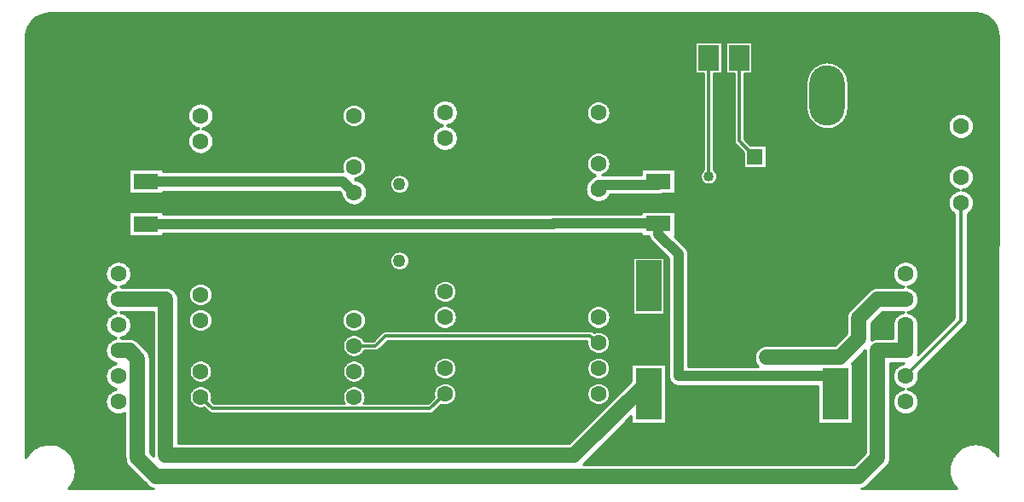
<source format=gbr>
G04 DipTrace 3.2.0.1*
G04 Top.gbr*
%MOIN*%
G04 #@! TF.FileFunction,Copper,L1,Top*
G04 #@! TF.Part,Single*
G04 #@! TA.AperFunction,CopperBalancing*
%ADD10C,0.009843*%
G04 #@! TA.AperFunction,Conductor*
%ADD14C,0.03937*%
%ADD15C,0.059055*%
%ADD16C,0.012992*%
G04 #@! TA.AperFunction,ComponentPad*
%ADD17R,0.098425X0.098425*%
%ADD18C,0.062992*%
%ADD19R,0.062992X0.062992*%
%ADD21R,0.094488X0.059055*%
%ADD22R,0.07874X0.098425*%
G04 #@! TA.AperFunction,ComponentPad*
%ADD24O,0.137795X0.23622*%
%ADD25C,0.062992*%
%ADD27C,0.05*%
%ADD28C,0.05*%
G04 #@! TA.AperFunction,ViaPad*
%ADD29C,0.04*%
%FSLAX26Y26*%
G04*
G70*
G90*
G75*
G01*
G04 Top*
%LPD*%
X3587950Y843873D2*
D14*
Y745369D1*
Y863034D1*
X2975093D1*
Y1339344D1*
X2896425Y1418012D1*
Y1458957D1*
X2487645D1*
X2487548Y1458860D1*
X893370D1*
Y1624214D2*
X1664380D1*
X1706481Y1582113D1*
X2896425Y1624311D2*
Y1611066D1*
X2661727D1*
Y1593886D1*
X3732319Y1960528D2*
X3859925D1*
X4079220Y1741232D1*
X3587950Y1265566D2*
X3529539D1*
X3273862Y1521243D1*
X3634430D1*
X3705542Y1592354D1*
Y1933751D1*
X3732319Y1960528D1*
X1706481Y1782113D2*
X1809366D1*
X2030723Y1655714D1*
X2511358D1*
X2661727Y1806083D1*
Y1793886D1*
X3273862Y1521243D2*
X2991633D1*
Y2125292D1*
X2975190Y2108849D1*
X2661727Y1793886D2*
X2968699Y2100858D1*
Y2108849D1*
X2975190D1*
X2858029Y745369D2*
D15*
Y843597D1*
X3862935Y1162955D2*
X3753308D1*
X3680473Y1090121D1*
Y1009230D1*
X3607639Y936395D1*
X3320359D1*
X2858029Y843597D2*
X2567384Y552953D1*
X970753D1*
Y1162965D1*
X784906D1*
X3093204Y1645193D2*
D16*
Y1868102D1*
X3093300Y1868198D1*
Y2108849D1*
X3273862Y1721243D2*
X3211410Y1783694D1*
Y2108849D1*
X2061727Y793886D2*
X2003968Y736127D1*
X1152467D1*
X1106481Y782113D1*
X1706481Y982113D2*
X1790670D1*
X1830081Y1021524D1*
X2630538D1*
X2661727Y990335D1*
Y993886D1*
X3862935Y1062955D2*
D15*
Y962955D1*
X3753308D1*
Y542978D1*
X3680473Y470144D1*
X932544D1*
X859710Y542979D1*
Y931469D1*
X828214Y962965D1*
X784906D1*
X2858029Y1265566D2*
D16*
Y1167455D1*
X4079220Y1541232D2*
Y1079240D1*
X3862935Y862955D1*
D29*
X3320359Y936395D3*
X3093204Y1645193D3*
X478773Y2272769D2*
D10*
X4173901D1*
X461568Y2263058D2*
X4189587D1*
X451014Y2253346D2*
X4201275D1*
X442344Y2243635D2*
X4208023D1*
X436519Y2233924D2*
X4214751D1*
X430771Y2224213D2*
X4218231D1*
X428272Y2214501D2*
X4221537D1*
X425773Y2204790D2*
X4223286D1*
X424197Y2195079D2*
X4223786D1*
X424543Y2185367D2*
X4224267D1*
X424889Y2175656D2*
X4224421D1*
X425216Y2165945D2*
X3039647D1*
X3146961D2*
X3157757D1*
X3265071D2*
X4224421D1*
X425216Y2156234D2*
X3039647D1*
X3146961D2*
X3157757D1*
X3265071D2*
X4224401D1*
X425216Y2146522D2*
X3039647D1*
X3146961D2*
X3157757D1*
X3265071D2*
X4224401D1*
X425216Y2136811D2*
X3039647D1*
X3146961D2*
X3157757D1*
X3265071D2*
X4224401D1*
X425216Y2127100D2*
X3039647D1*
X3146961D2*
X3157757D1*
X3265071D2*
X4224401D1*
X425216Y2117388D2*
X3039647D1*
X3146961D2*
X3157757D1*
X3265071D2*
X4224382D1*
X425216Y2107677D2*
X3039647D1*
X3146961D2*
X3157757D1*
X3265071D2*
X4224382D1*
X425216Y2097966D2*
X3039647D1*
X3146961D2*
X3157757D1*
X3265071D2*
X4224382D1*
X425216Y2088255D2*
X3039647D1*
X3146961D2*
X3157757D1*
X3265071D2*
X3529543D1*
X3582608D2*
X4224363D1*
X425216Y2078543D2*
X3039647D1*
X3146961D2*
X3157757D1*
X3265071D2*
X3509531D1*
X3602619D2*
X4224363D1*
X425216Y2068832D2*
X3039647D1*
X3146961D2*
X3157757D1*
X3265071D2*
X3497554D1*
X3614596D2*
X4224363D1*
X425216Y2059121D2*
X3039647D1*
X3146961D2*
X3157757D1*
X3265071D2*
X3489077D1*
X3623054D2*
X4224344D1*
X425216Y2049409D2*
X3039647D1*
X3146961D2*
X3157757D1*
X3265071D2*
X3482887D1*
X3629263D2*
X4224344D1*
X425216Y2039698D2*
X3072519D1*
X3114088D2*
X3190629D1*
X3232199D2*
X3478388D1*
X3633762D2*
X4224344D1*
X425216Y2029987D2*
X3072519D1*
X3114088D2*
X3190629D1*
X3232199D2*
X3475313D1*
X3636818D2*
X4224344D1*
X425216Y2020276D2*
X3072519D1*
X3114088D2*
X3190629D1*
X3232199D2*
X3473506D1*
X3638625D2*
X4224324D1*
X425216Y2010564D2*
X3072519D1*
X3114088D2*
X3190629D1*
X3232199D2*
X3472890D1*
X3639260D2*
X4224324D1*
X425216Y2000853D2*
X3072519D1*
X3114088D2*
X3190629D1*
X3232199D2*
X3472890D1*
X3639260D2*
X4224324D1*
X425216Y1991142D2*
X3072519D1*
X3114088D2*
X3190629D1*
X3232199D2*
X3472890D1*
X3639260D2*
X4224305D1*
X425216Y1981430D2*
X3072519D1*
X3114088D2*
X3190629D1*
X3232199D2*
X3472890D1*
X3639260D2*
X4224305D1*
X425216Y1971719D2*
X3072519D1*
X3114088D2*
X3190629D1*
X3232199D2*
X3472890D1*
X3639260D2*
X4224305D1*
X425216Y1962008D2*
X3072519D1*
X3114088D2*
X3190629D1*
X3232199D2*
X3472890D1*
X3639260D2*
X4224286D1*
X425216Y1952297D2*
X3072519D1*
X3114088D2*
X3190629D1*
X3232199D2*
X3472890D1*
X3639260D2*
X4224286D1*
X425216Y1942585D2*
X2047032D1*
X2076414D2*
X3072519D1*
X3114088D2*
X3190629D1*
X3232199D2*
X3472890D1*
X3639260D2*
X4224286D1*
X425216Y1932874D2*
X2028501D1*
X2094945D2*
X2635180D1*
X2688265D2*
X3072519D1*
X3114088D2*
X3190629D1*
X3232199D2*
X3472890D1*
X3639260D2*
X4224286D1*
X425216Y1923163D2*
X1075929D1*
X1137030D2*
X1683397D1*
X1729561D2*
X2019485D1*
X2103961D2*
X2624454D1*
X2699011D2*
X3072519D1*
X3114088D2*
X3190629D1*
X3232199D2*
X3472890D1*
X3639260D2*
X4224267D1*
X425216Y1913451D2*
X1065779D1*
X1147180D2*
X1670979D1*
X1741999D2*
X2014083D1*
X2109363D2*
X2618417D1*
X2705047D2*
X3072519D1*
X3114088D2*
X3190629D1*
X3232199D2*
X3472890D1*
X3639260D2*
X4224267D1*
X425216Y1903740D2*
X1059762D1*
X1153197D2*
X1664174D1*
X1748785D2*
X2011122D1*
X2112324D2*
X2615149D1*
X2708296D2*
X3072519D1*
X3114088D2*
X3190629D1*
X3232199D2*
X3473275D1*
X3638875D2*
X4224267D1*
X425216Y1894029D2*
X1056321D1*
X1156638D2*
X1660406D1*
X1752553D2*
X2010161D1*
X2113304D2*
X2614092D1*
X2709372D2*
X3072519D1*
X3114088D2*
X3190629D1*
X3232199D2*
X3474813D1*
X3637337D2*
X4224248D1*
X425216Y1884318D2*
X1054956D1*
X1158003D2*
X1658906D1*
X1754071D2*
X2011065D1*
X2112381D2*
X2615073D1*
X2708373D2*
X3072519D1*
X3114088D2*
X3190629D1*
X3232199D2*
X3477581D1*
X3634569D2*
X4051715D1*
X4106722D2*
X4224248D1*
X425216Y1874606D2*
X1055475D1*
X1157503D2*
X1659445D1*
X1753514D2*
X2013968D1*
X2109478D2*
X2618244D1*
X2705220D2*
X3072519D1*
X3114088D2*
X3190629D1*
X3232199D2*
X3481733D1*
X3630417D2*
X4040219D1*
X4118218D2*
X4224248D1*
X425216Y1864895D2*
X1057936D1*
X1155042D2*
X1662117D1*
X1750842D2*
X2019273D1*
X2104173D2*
X2624165D1*
X2699299D2*
X3072423D1*
X3113992D2*
X3190629D1*
X3232199D2*
X3487500D1*
X3624631D2*
X4033530D1*
X4124927D2*
X4224228D1*
X425216Y1855184D2*
X1062665D1*
X1150294D2*
X1667365D1*
X1745594D2*
X2028155D1*
X2095291D2*
X2634623D1*
X2688822D2*
X3072423D1*
X3113992D2*
X3190629D1*
X3232199D2*
X3495382D1*
X3616749D2*
X4029608D1*
X4128829D2*
X4224228D1*
X425216Y1845472D2*
X1070604D1*
X1142355D2*
X1676573D1*
X1736405D2*
X2046052D1*
X2077394D2*
X3072423D1*
X3113992D2*
X3190629D1*
X3232199D2*
X3506378D1*
X3605753D2*
X4027820D1*
X4130617D2*
X4224228D1*
X425216Y1835761D2*
X1085234D1*
X1127745D2*
X1699872D1*
X1713106D2*
X2032345D1*
X2091101D2*
X3072423D1*
X3113992D2*
X3190629D1*
X3232199D2*
X3523602D1*
X3588548D2*
X4027935D1*
X4130501D2*
X4224228D1*
X425216Y1826050D2*
X1080428D1*
X1132551D2*
X2021695D1*
X2101770D2*
X3072423D1*
X3113992D2*
X3190629D1*
X3232199D2*
X4029973D1*
X4128464D2*
X4224209D1*
X425216Y1816339D2*
X1068240D1*
X1144719D2*
X2015409D1*
X2108037D2*
X3072423D1*
X3113992D2*
X3190629D1*
X3232199D2*
X4034202D1*
X4124254D2*
X4224209D1*
X425216Y1806627D2*
X1061242D1*
X1151717D2*
X2011776D1*
X2111670D2*
X3072423D1*
X3113992D2*
X3190629D1*
X3232199D2*
X4041334D1*
X4117103D2*
X4224209D1*
X425216Y1796916D2*
X1057129D1*
X1155850D2*
X2010238D1*
X2113208D2*
X3072423D1*
X3113992D2*
X3190629D1*
X3232199D2*
X4053830D1*
X4104607D2*
X4224190D1*
X425216Y1787205D2*
X1055168D1*
X1157791D2*
X2010603D1*
X2112862D2*
X3072423D1*
X3113992D2*
X3190629D1*
X3236889D2*
X4224190D1*
X425216Y1777493D2*
X1055110D1*
X1157849D2*
X2012872D1*
X2110574D2*
X3072423D1*
X3113992D2*
X3191610D1*
X3246597D2*
X4224190D1*
X425216Y1767782D2*
X1056975D1*
X1155984D2*
X2017409D1*
X2106037D2*
X3072423D1*
X3113992D2*
X3198338D1*
X3256305D2*
X4224171D1*
X425216Y1758071D2*
X1060992D1*
X1151986D2*
X2025021D1*
X2098444D2*
X3072423D1*
X3113992D2*
X3208046D1*
X3319647D2*
X4224171D1*
X425216Y1748360D2*
X1067817D1*
X1145142D2*
X2038689D1*
X2084776D2*
X3072423D1*
X3113992D2*
X3217754D1*
X3319647D2*
X4224171D1*
X425216Y1738648D2*
X1079601D1*
X1133358D2*
X2647599D1*
X2675865D2*
X3072423D1*
X3113992D2*
X3227462D1*
X3319647D2*
X4224171D1*
X425216Y1728937D2*
X2629952D1*
X2693494D2*
X3072423D1*
X3113992D2*
X3228077D1*
X3319647D2*
X4224151D1*
X425216Y1719226D2*
X1677227D1*
X1735732D2*
X2621570D1*
X2701875D2*
X3072423D1*
X3113992D2*
X3228077D1*
X3319647D2*
X4224151D1*
X425216Y1709514D2*
X1667730D1*
X1745228D2*
X2616783D1*
X2706662D2*
X3072423D1*
X3113992D2*
X3228077D1*
X3319647D2*
X4224151D1*
X425216Y1699803D2*
X1662328D1*
X1750630D2*
X2614457D1*
X2708988D2*
X3072423D1*
X3113992D2*
X3228077D1*
X3319647D2*
X4224132D1*
X425216Y1690092D2*
X1659522D1*
X1753437D2*
X2614246D1*
X2709219D2*
X3072423D1*
X3113992D2*
X3228077D1*
X3319647D2*
X4062961D1*
X4095476D2*
X4224132D1*
X425216Y1680381D2*
X1658868D1*
X1754090D2*
X2616091D1*
X2707373D2*
X3072423D1*
X3113992D2*
X3228077D1*
X3319647D2*
X4045429D1*
X4113008D2*
X4224132D1*
X425216Y1670669D2*
X826041D1*
X960691D2*
X1660271D1*
X1752687D2*
X2620282D1*
X2703182D2*
X2829109D1*
X2963740D2*
X3070770D1*
X3115645D2*
X4036644D1*
X4121793D2*
X4224113D1*
X425216Y1660958D2*
X826041D1*
X1749054D2*
X2627683D1*
X2695762D2*
X2829109D1*
X2963740D2*
X3062888D1*
X3123527D2*
X4031396D1*
X4127060D2*
X4224113D1*
X425216Y1651247D2*
X826041D1*
X1742441D2*
X1871905D1*
X1896499D2*
X2641813D1*
X2681652D2*
X2829109D1*
X2963740D2*
X3059466D1*
X3126949D2*
X4028531D1*
X4129925D2*
X4224113D1*
X425216Y1641535D2*
X826041D1*
X1730484D2*
X1855930D1*
X1912474D2*
X2636757D1*
X2963740D2*
X3059120D1*
X3127295D2*
X4027647D1*
X4130790D2*
X4224113D1*
X425216Y1631824D2*
X826041D1*
X1716854D2*
X1848971D1*
X1919433D2*
X2627280D1*
X2963740D2*
X3061715D1*
X3124700D2*
X4028647D1*
X4129790D2*
X4224094D1*
X425216Y1622113D2*
X826041D1*
X1738442D2*
X1845645D1*
X1922759D2*
X2618763D1*
X2963740D2*
X3068213D1*
X3118202D2*
X4031665D1*
X4126772D2*
X4224094D1*
X425216Y1612402D2*
X826041D1*
X1747997D2*
X1844972D1*
X1923432D2*
X2613669D1*
X2963740D2*
X3086379D1*
X3100036D2*
X4037105D1*
X4121332D2*
X4224094D1*
X425216Y1602690D2*
X826041D1*
X1753687D2*
X1846818D1*
X1921586D2*
X2610920D1*
X2963740D2*
X4046217D1*
X4112220D2*
X4224075D1*
X425216Y1592979D2*
X826041D1*
X1756878D2*
X1851624D1*
X1916780D2*
X2610151D1*
X2963740D2*
X4065210D1*
X4093246D2*
X4224075D1*
X425216Y1583268D2*
X826041D1*
X960691D2*
X1649506D1*
X1758051D2*
X1861255D1*
X1907169D2*
X2611285D1*
X2963740D2*
X4050081D1*
X4108356D2*
X4224075D1*
X425216Y1573556D2*
X1655638D1*
X1757320D2*
X2614419D1*
X2907261D2*
X4039316D1*
X4119121D2*
X4224055D1*
X425216Y1563845D2*
X1658310D1*
X1754648D2*
X2620032D1*
X2703413D2*
X4032972D1*
X4125465D2*
X4224055D1*
X425216Y1554134D2*
X1663347D1*
X1749611D2*
X2629452D1*
X2693993D2*
X4029320D1*
X4129117D2*
X4224055D1*
X425216Y1544423D2*
X1671748D1*
X1741211D2*
X2650117D1*
X2673328D2*
X4027743D1*
X4130694D2*
X4224055D1*
X425216Y1534711D2*
X1687819D1*
X1725140D2*
X4028070D1*
X4130367D2*
X4224036D1*
X425216Y1525000D2*
X4030319D1*
X4128118D2*
X4224036D1*
X425216Y1515289D2*
X4034798D1*
X4123639D2*
X4224036D1*
X425216Y1505577D2*
X826041D1*
X960691D2*
X2829109D1*
X2963740D2*
X4042353D1*
X4116103D2*
X4224017D1*
X425216Y1495866D2*
X826041D1*
X2963740D2*
X4052638D1*
X4105799D2*
X4224017D1*
X425216Y1486155D2*
X826041D1*
X2963740D2*
X4052638D1*
X4105799D2*
X4224017D1*
X425216Y1476444D2*
X826041D1*
X2963740D2*
X4052638D1*
X4105799D2*
X4223998D1*
X425216Y1466732D2*
X826041D1*
X2963740D2*
X4052638D1*
X4105799D2*
X4223998D1*
X425216Y1457021D2*
X826041D1*
X2963740D2*
X4052638D1*
X4105799D2*
X4223998D1*
X425216Y1447310D2*
X826041D1*
X2963740D2*
X4052638D1*
X4105799D2*
X4223998D1*
X425216Y1437598D2*
X826041D1*
X2963740D2*
X4052638D1*
X4105799D2*
X4223978D1*
X425216Y1427887D2*
X826041D1*
X2963740D2*
X4052638D1*
X4105799D2*
X4223978D1*
X425216Y1418176D2*
X826041D1*
X960691D2*
X2829109D1*
X2963740D2*
X4052638D1*
X4105799D2*
X4223978D1*
X425216Y1408465D2*
X2857848D1*
X2961798D2*
X4052638D1*
X4105799D2*
X4223959D1*
X425216Y1398753D2*
X2861789D1*
X2971506D2*
X4052638D1*
X4105799D2*
X4223959D1*
X425216Y1389042D2*
X2869575D1*
X2981214D2*
X4052638D1*
X4105799D2*
X4223959D1*
X425216Y1379331D2*
X2879283D1*
X2990941D2*
X4052638D1*
X4105799D2*
X4223959D1*
X425216Y1369619D2*
X2888991D1*
X3000649D2*
X4052638D1*
X4105799D2*
X4223940D1*
X425216Y1359908D2*
X2898699D1*
X3008954D2*
X4052638D1*
X4105799D2*
X4223940D1*
X425216Y1350197D2*
X1868944D1*
X1899460D2*
X2908407D1*
X3013299D2*
X4052638D1*
X4105799D2*
X4223940D1*
X425216Y1340486D2*
X1854930D1*
X1913474D2*
X2918114D1*
X3014836D2*
X4052638D1*
X4105799D2*
X4223921D1*
X425216Y1330774D2*
X1848471D1*
X1919933D2*
X2927842D1*
X3014856D2*
X4052638D1*
X4105799D2*
X4223921D1*
X425216Y1321063D2*
X1845453D1*
X1922951D2*
X2794526D1*
X2921525D2*
X2935320D1*
X3014856D2*
X4052638D1*
X4105799D2*
X4223921D1*
X425216Y1311352D2*
X769158D1*
X800654D2*
X1845049D1*
X1923355D2*
X2794526D1*
X2921525D2*
X2935320D1*
X3014856D2*
X3847214D1*
X3878652D2*
X4052638D1*
X4105799D2*
X4223902D1*
X425216Y1301640D2*
X751318D1*
X818513D2*
X1847183D1*
X1921221D2*
X2794526D1*
X2921525D2*
X2935320D1*
X3014856D2*
X3829355D1*
X3896530D2*
X4052638D1*
X4105799D2*
X4223902D1*
X425216Y1291929D2*
X742437D1*
X827375D2*
X1852373D1*
X1916031D2*
X2794526D1*
X2921525D2*
X2935320D1*
X3014856D2*
X3820474D1*
X3905392D2*
X4052638D1*
X4105799D2*
X4223902D1*
X425216Y1282218D2*
X737131D1*
X832681D2*
X1862831D1*
X1905573D2*
X2794526D1*
X2921525D2*
X2935320D1*
X3014856D2*
X3815168D1*
X3910698D2*
X4052638D1*
X4105799D2*
X4223902D1*
X425216Y1272507D2*
X734248D1*
X835564D2*
X2794526D1*
X2921525D2*
X2935320D1*
X3014856D2*
X3812265D1*
X3913601D2*
X4052638D1*
X4105799D2*
X4223882D1*
X425216Y1262795D2*
X733325D1*
X836487D2*
X2794526D1*
X2921525D2*
X2935320D1*
X3014856D2*
X3811362D1*
X3914504D2*
X4052638D1*
X4105799D2*
X4223882D1*
X425216Y1253084D2*
X734305D1*
X835507D2*
X2794526D1*
X2921525D2*
X2935320D1*
X3014856D2*
X3812342D1*
X3913543D2*
X4052638D1*
X4105799D2*
X4223882D1*
X425216Y1243373D2*
X737285D1*
X832527D2*
X2794526D1*
X2921525D2*
X2935320D1*
X3014856D2*
X3815302D1*
X3910563D2*
X4052638D1*
X4105799D2*
X4223863D1*
X425216Y1233661D2*
X742687D1*
X827125D2*
X2040131D1*
X2083334D2*
X2794526D1*
X2921525D2*
X2935320D1*
X3014856D2*
X3820704D1*
X3905162D2*
X4052638D1*
X4105799D2*
X4223863D1*
X425216Y1223950D2*
X751722D1*
X818090D2*
X1084849D1*
X1128110D2*
X2027520D1*
X2095926D2*
X2794526D1*
X2921525D2*
X2935320D1*
X3014856D2*
X3829739D1*
X3896146D2*
X4052638D1*
X4105799D2*
X4223863D1*
X425216Y1214239D2*
X770311D1*
X799501D2*
X1071662D1*
X1141297D2*
X2020830D1*
X2102616D2*
X2794526D1*
X2921525D2*
X2935320D1*
X3014856D2*
X3848309D1*
X3877556D2*
X4052638D1*
X4105799D2*
X4223844D1*
X425216Y1204528D2*
X755086D1*
X996966D2*
X1064587D1*
X1148391D2*
X2017216D1*
X2106230D2*
X2794526D1*
X2921525D2*
X2935320D1*
X3014856D2*
X3727104D1*
X3892743D2*
X4052638D1*
X4105799D2*
X4223844D1*
X425216Y1194816D2*
X744609D1*
X1008481D2*
X1060608D1*
X1152351D2*
X2015948D1*
X2107498D2*
X2794526D1*
X2921525D2*
X2935320D1*
X3014856D2*
X3715416D1*
X3903220D2*
X4052638D1*
X4105799D2*
X4223844D1*
X425216Y1185105D2*
X738439D1*
X1015017D2*
X1058936D1*
X1154024D2*
X2016813D1*
X2106653D2*
X2794526D1*
X2921525D2*
X2935320D1*
X3014856D2*
X3705708D1*
X3909410D2*
X4052638D1*
X4105799D2*
X4223844D1*
X425216Y1175394D2*
X734882D1*
X1018747D2*
X1059339D1*
X1153639D2*
X2019927D1*
X2103519D2*
X2794526D1*
X2921525D2*
X2935320D1*
X3014856D2*
X3696000D1*
X3912966D2*
X4052638D1*
X4105799D2*
X4223825D1*
X425216Y1165682D2*
X733402D1*
X1020284D2*
X1061838D1*
X1151121D2*
X2025925D1*
X2097521D2*
X2794526D1*
X2921525D2*
X2935320D1*
X3014856D2*
X3686292D1*
X3914427D2*
X4052638D1*
X4105799D2*
X4223825D1*
X425216Y1155971D2*
X733825D1*
X1020361D2*
X1066856D1*
X1146103D2*
X2036863D1*
X2086583D2*
X2794526D1*
X2921525D2*
X2935320D1*
X3014856D2*
X3676584D1*
X3914024D2*
X4052638D1*
X4105799D2*
X4223825D1*
X425216Y1146260D2*
X736170D1*
X1020361D2*
X1075641D1*
X1137318D2*
X2794526D1*
X2921525D2*
X2935320D1*
X3014856D2*
X3666857D1*
X3911678D2*
X4052638D1*
X4105799D2*
X4223805D1*
X425216Y1136549D2*
X740784D1*
X1020361D2*
X1095480D1*
X1117479D2*
X2041861D1*
X2081585D2*
X2641870D1*
X2681594D2*
X2794526D1*
X2921525D2*
X2935320D1*
X3014856D2*
X3657149D1*
X3907065D2*
X4052638D1*
X4105799D2*
X4223805D1*
X425216Y1126837D2*
X748512D1*
X1020361D2*
X1092212D1*
X1120747D2*
X1692221D1*
X1720737D2*
X2027712D1*
X2095734D2*
X2627722D1*
X2695743D2*
X2794526D1*
X2921525D2*
X2935320D1*
X3014856D2*
X3647441D1*
X3899337D2*
X4052638D1*
X4105799D2*
X4223805D1*
X425216Y1117126D2*
X762507D1*
X1020361D2*
X1074661D1*
X1138299D2*
X1674670D1*
X1738289D2*
X2020292D1*
X2103173D2*
X2620282D1*
X2703163D2*
X2794526D1*
X2921525D2*
X2935320D1*
X3014856D2*
X3639060D1*
X3885342D2*
X4052638D1*
X4105799D2*
X4223786D1*
X425216Y1107415D2*
X759758D1*
X810054D2*
X921140D1*
X1020361D2*
X1066298D1*
X1146661D2*
X1666307D1*
X1746670D2*
X2016101D1*
X2107364D2*
X2616091D1*
X2707354D2*
X2794526D1*
X2921525D2*
X2935320D1*
X3014856D2*
X3634042D1*
X3767520D2*
X3837813D1*
X3888053D2*
X4052638D1*
X4105799D2*
X4223786D1*
X425216Y1097703D2*
X747147D1*
X822665D2*
X921140D1*
X1020361D2*
X1061531D1*
X1151428D2*
X1661521D1*
X1751438D2*
X2014237D1*
X2109209D2*
X2614246D1*
X2709199D2*
X2935320D1*
X3014856D2*
X3631466D1*
X3757793D2*
X3825183D1*
X3900682D2*
X4052638D1*
X4105799D2*
X4223786D1*
X425216Y1087992D2*
X739957D1*
X829855D2*
X921140D1*
X1020361D2*
X1059224D1*
X1153754D2*
X1659214D1*
X1753744D2*
X2014467D1*
X2108998D2*
X2614457D1*
X2708988D2*
X2935320D1*
X3014856D2*
X3630871D1*
X3748085D2*
X3817994D1*
X3907872D2*
X4050792D1*
X4105799D2*
X4223786D1*
X425216Y1078281D2*
X735709D1*
X834103D2*
X921140D1*
X1020361D2*
X1058993D1*
X1153966D2*
X1659002D1*
X1753956D2*
X2016774D1*
X2106672D2*
X2616783D1*
X2706681D2*
X2935320D1*
X3014856D2*
X3630871D1*
X3738377D2*
X3813745D1*
X3912140D2*
X4041084D1*
X4105780D2*
X4223767D1*
X425216Y1068570D2*
X733652D1*
X836179D2*
X921140D1*
X1020361D2*
X1060858D1*
X1152101D2*
X1660848D1*
X1752110D2*
X2021561D1*
X2101904D2*
X2621551D1*
X2701894D2*
X2935320D1*
X3014856D2*
X3630871D1*
X3730072D2*
X3811669D1*
X3914197D2*
X4031377D1*
X4103473D2*
X4223767D1*
X425216Y1058858D2*
X733498D1*
X836314D2*
X921140D1*
X1020361D2*
X1065049D1*
X1147910D2*
X1665058D1*
X1747920D2*
X2029923D1*
X2093523D2*
X2629932D1*
X2693532D2*
X2935320D1*
X3014856D2*
X3630871D1*
X3730072D2*
X3811535D1*
X3914350D2*
X4021669D1*
X4096014D2*
X4223767D1*
X425216Y1049147D2*
X735247D1*
X834565D2*
X921140D1*
X1020361D2*
X1072488D1*
X1140471D2*
X1672478D1*
X1740480D2*
X2047513D1*
X2075933D2*
X2647522D1*
X2675942D2*
X2935320D1*
X3014856D2*
X3630871D1*
X3730072D2*
X3813284D1*
X3912582D2*
X4011961D1*
X4086306D2*
X4223748D1*
X425216Y1039436D2*
X739131D1*
X830681D2*
X921140D1*
X1020361D2*
X1086656D1*
X1126322D2*
X1686646D1*
X1726312D2*
X1820654D1*
X2639975D2*
X2935320D1*
X3014856D2*
X3630871D1*
X3730072D2*
X3813322D1*
X3912543D2*
X4002233D1*
X4076598D2*
X4223748D1*
X425216Y1029724D2*
X745782D1*
X824030D2*
X921140D1*
X1020361D2*
X1809293D1*
X2689591D2*
X2935320D1*
X3014856D2*
X3630871D1*
X3730072D2*
X3813322D1*
X3912543D2*
X3992525D1*
X4066871D2*
X4223748D1*
X425216Y1020013D2*
X757182D1*
X812630D2*
X921140D1*
X1020361D2*
X1681610D1*
X1731368D2*
X1799585D1*
X2699107D2*
X2935320D1*
X3014856D2*
X3621509D1*
X3730072D2*
X3813322D1*
X3912543D2*
X3982818D1*
X4057163D2*
X4223729D1*
X425216Y1010302D2*
X766082D1*
X840293D2*
X921140D1*
X1020361D2*
X1670671D1*
X1742287D2*
X1789877D1*
X2704393D2*
X2935320D1*
X3014856D2*
X3611801D1*
X3730072D2*
X3741253D1*
X3912543D2*
X3973110D1*
X4047455D2*
X4223729D1*
X425216Y1000591D2*
X750107D1*
X859997D2*
X921140D1*
X1020361D2*
X1664673D1*
X1838136D2*
X2616437D1*
X2707008D2*
X2935320D1*
X3014856D2*
X3602093D1*
X3912543D2*
X3963402D1*
X4037747D2*
X4223729D1*
X425216Y990879D2*
X741726D1*
X870051D2*
X921140D1*
X1020361D2*
X1661559D1*
X1828428D2*
X2616034D1*
X2707412D2*
X2935320D1*
X3014856D2*
X3592385D1*
X3912543D2*
X3953694D1*
X4028039D2*
X4223729D1*
X425216Y981168D2*
X736728D1*
X879759D2*
X921140D1*
X1020361D2*
X1660713D1*
X1818720D2*
X2617783D1*
X2705662D2*
X2935320D1*
X3014856D2*
X3300416D1*
X3912543D2*
X3943966D1*
X4018331D2*
X4223709D1*
X425216Y971457D2*
X734056D1*
X889467D2*
X921140D1*
X1020361D2*
X1661982D1*
X1809012D2*
X2621955D1*
X2701491D2*
X2935320D1*
X3014856D2*
X3285690D1*
X3913793D2*
X3934259D1*
X4008604D2*
X4223709D1*
X425216Y961745D2*
X733344D1*
X898733D2*
X921140D1*
X1020361D2*
X1665596D1*
X1747362D2*
X2629529D1*
X2693916D2*
X2935320D1*
X3014856D2*
X3277885D1*
X3914504D2*
X3924551D1*
X3998896D2*
X4223709D1*
X425216Y952034D2*
X734536D1*
X904750D2*
X921140D1*
X1020361D2*
X1672286D1*
X1740672D2*
X2644754D1*
X2678711D2*
X2935320D1*
X3014856D2*
X3273329D1*
X3693028D2*
X3703709D1*
X3989188D2*
X4223690D1*
X425216Y942323D2*
X737727D1*
X908095D2*
X921140D1*
X1020361D2*
X1684897D1*
X1728062D2*
X2935320D1*
X3014856D2*
X3271119D1*
X3683320D2*
X3703709D1*
X3979480D2*
X4223690D1*
X425216Y932612D2*
X743456D1*
X909306D2*
X921140D1*
X1020361D2*
X2038209D1*
X2085237D2*
X2638218D1*
X2685247D2*
X2935320D1*
X3014856D2*
X3270907D1*
X3673593D2*
X3703709D1*
X3969772D2*
X4223690D1*
X425216Y922900D2*
X753029D1*
X909325D2*
X921140D1*
X1020361D2*
X1086964D1*
X1125995D2*
X1686954D1*
X1726005D2*
X2026598D1*
X2096848D2*
X2626607D1*
X2696858D2*
X2935320D1*
X3014856D2*
X3272657D1*
X3663885D2*
X3703709D1*
X3960064D2*
X4223671D1*
X425216Y913189D2*
X774887D1*
X909325D2*
X921140D1*
X1020361D2*
X1073219D1*
X1139740D2*
X1673228D1*
X1739730D2*
X2020311D1*
X2103135D2*
X2620301D1*
X2703144D2*
X2935320D1*
X3014856D2*
X3276655D1*
X3654177D2*
X3703709D1*
X3802911D2*
X3852865D1*
X3950337D2*
X4223671D1*
X425216Y903478D2*
X753625D1*
X909325D2*
X921140D1*
X1020361D2*
X1066125D1*
X1146853D2*
X1666115D1*
X1746843D2*
X2016986D1*
X2106480D2*
X2616976D1*
X2706470D2*
X2788739D1*
X2927311D2*
X2935320D1*
X3014856D2*
X3283595D1*
X3657234D2*
X3703709D1*
X3802911D2*
X3831662D1*
X3940629D2*
X4223671D1*
X425216Y893766D2*
X743783D1*
X909325D2*
X921140D1*
X1020361D2*
X1062242D1*
X1150717D2*
X1662232D1*
X1750726D2*
X2015948D1*
X2107518D2*
X2615938D1*
X2707508D2*
X2788739D1*
X2927311D2*
X2935320D1*
X3657234D2*
X3703709D1*
X3802911D2*
X3821819D1*
X3930921D2*
X4223671D1*
X425216Y884055D2*
X737939D1*
X909325D2*
X921140D1*
X1020361D2*
X1060743D1*
X1152236D2*
X1660733D1*
X1752226D2*
X2017024D1*
X2106422D2*
X2617033D1*
X2706431D2*
X2788739D1*
X2927311D2*
X2935320D1*
X3657234D2*
X3703709D1*
X3802911D2*
X3815975D1*
X3921213D2*
X4223652D1*
X425216Y874344D2*
X734632D1*
X909325D2*
X921140D1*
X1020361D2*
X1061377D1*
X1151582D2*
X1661367D1*
X1751591D2*
X2020427D1*
X2103019D2*
X2620417D1*
X2703029D2*
X2788739D1*
X2927311D2*
X2935320D1*
X3657234D2*
X3703709D1*
X3802911D2*
X3812650D1*
X3913216D2*
X4223652D1*
X425216Y864633D2*
X733363D1*
X909325D2*
X921140D1*
X1020361D2*
X1064241D1*
X1148718D2*
X1664251D1*
X1748727D2*
X2026809D1*
X2096637D2*
X2626799D1*
X2696646D2*
X2788739D1*
X2927311D2*
X2935320D1*
X3657234D2*
X3703709D1*
X3802911D2*
X3811381D1*
X3914485D2*
X4223652D1*
X425216Y854921D2*
X733979D1*
X909325D2*
X921140D1*
X1020361D2*
X1069893D1*
X1143066D2*
X1669883D1*
X1743075D2*
X2038632D1*
X2084834D2*
X2638622D1*
X2684824D2*
X2788739D1*
X2927311D2*
X2936185D1*
X3657234D2*
X3703709D1*
X3802911D2*
X3811996D1*
X3913870D2*
X4223632D1*
X425216Y845210D2*
X736555D1*
X909325D2*
X921140D1*
X1020361D2*
X1080082D1*
X1132877D2*
X1680091D1*
X1732867D2*
X2788739D1*
X2927311D2*
X2939664D1*
X3657234D2*
X3703709D1*
X3802911D2*
X3814572D1*
X3911294D2*
X4223632D1*
X425216Y835499D2*
X741437D1*
X909325D2*
X921140D1*
X1020361D2*
X2044129D1*
X2079317D2*
X2644139D1*
X2679307D2*
X2780185D1*
X2927311D2*
X2946796D1*
X3657234D2*
X3703709D1*
X3802911D2*
X3819455D1*
X3906411D2*
X4223632D1*
X425216Y825787D2*
X749607D1*
X909325D2*
X921140D1*
X1020361D2*
X1095499D1*
X1117460D2*
X1695508D1*
X1717450D2*
X2029289D1*
X2094176D2*
X2629279D1*
X2694166D2*
X2770477D1*
X2927311D2*
X2963309D1*
X3657234D2*
X3703709D1*
X3802911D2*
X3827625D1*
X3898241D2*
X4223613D1*
X425216Y816076D2*
X764929D1*
X909325D2*
X921140D1*
X1020361D2*
X1076275D1*
X1136684D2*
X1676285D1*
X1736693D2*
X2021830D1*
X2101635D2*
X2621820D1*
X2701625D2*
X2760769D1*
X2927311D2*
X3518662D1*
X3657234D2*
X3703709D1*
X3802911D2*
X3842927D1*
X3882939D2*
X4223613D1*
X425216Y806365D2*
X757931D1*
X909325D2*
X921140D1*
X1020361D2*
X1067817D1*
X1145142D2*
X1667826D1*
X1745132D2*
X2017716D1*
X2105749D2*
X2617706D1*
X2705739D2*
X2751042D1*
X2927311D2*
X3518662D1*
X3657234D2*
X3703709D1*
X3802911D2*
X3835968D1*
X3889898D2*
X4223613D1*
X425216Y796654D2*
X746186D1*
X909325D2*
X921140D1*
X1020361D2*
X1063126D1*
X1149852D2*
X1663116D1*
X1749842D2*
X2016024D1*
X2107422D2*
X2616034D1*
X2707431D2*
X2741334D1*
X2927311D2*
X3518662D1*
X3657234D2*
X3703709D1*
X3802911D2*
X3824222D1*
X3901663D2*
X4223613D1*
X425216Y786942D2*
X739380D1*
X909325D2*
X921140D1*
X1020361D2*
X1060954D1*
X1152005D2*
X1660963D1*
X1752014D2*
X2016486D1*
X2106979D2*
X2616476D1*
X2706969D2*
X2731626D1*
X2927311D2*
X3518662D1*
X3657234D2*
X3703709D1*
X3802911D2*
X3817417D1*
X3908468D2*
X4223594D1*
X425216Y777231D2*
X735382D1*
X909325D2*
X921140D1*
X1020361D2*
X1060954D1*
X1152005D2*
X1660963D1*
X1751995D2*
X2016082D1*
X2104307D2*
X2619148D1*
X2704297D2*
X2721918D1*
X2927311D2*
X3518662D1*
X3657234D2*
X3703709D1*
X3802911D2*
X3813419D1*
X3912447D2*
X4223594D1*
X425216Y767520D2*
X733536D1*
X909325D2*
X921140D1*
X1020361D2*
X1063146D1*
X1150063D2*
X1663136D1*
X1749823D2*
X2006374D1*
X2098944D2*
X2624511D1*
X2698934D2*
X2712210D1*
X2927311D2*
X3518662D1*
X3657234D2*
X3703709D1*
X3802911D2*
X3811573D1*
X3914312D2*
X4223594D1*
X425216Y757808D2*
X733594D1*
X909325D2*
X921140D1*
X1020361D2*
X1067855D1*
X1159771D2*
X1667865D1*
X1745113D2*
X1996666D1*
X2089274D2*
X2634181D1*
X2689284D2*
X2702502D1*
X2927311D2*
X3518662D1*
X3657234D2*
X3703709D1*
X3802911D2*
X3811631D1*
X3914254D2*
X4223575D1*
X425216Y748097D2*
X735574D1*
X909325D2*
X921140D1*
X1020361D2*
X1076333D1*
X2044925D2*
X2692775D1*
X2927311D2*
X3518662D1*
X3657234D2*
X3703709D1*
X3802911D2*
X3813592D1*
X3912274D2*
X4223575D1*
X425216Y738386D2*
X739707D1*
X909325D2*
X921140D1*
X1020361D2*
X1095730D1*
X1117229D2*
X1121220D1*
X2035217D2*
X2683067D1*
X2927311D2*
X3518662D1*
X3657234D2*
X3703709D1*
X3802911D2*
X3817725D1*
X3908141D2*
X4223575D1*
X425216Y728675D2*
X746724D1*
X909325D2*
X921140D1*
X1020361D2*
X1130928D1*
X2025509D2*
X2673359D1*
X2927311D2*
X3518662D1*
X3657234D2*
X3703709D1*
X3802911D2*
X3824741D1*
X3901125D2*
X4223556D1*
X425216Y718963D2*
X758950D1*
X909325D2*
X921140D1*
X1020361D2*
X1141597D1*
X2014821D2*
X2663651D1*
X2927311D2*
X3518662D1*
X3657234D2*
X3703709D1*
X3802911D2*
X3836968D1*
X3888898D2*
X4223556D1*
X425216Y709252D2*
X810104D1*
X909325D2*
X921140D1*
X1020361D2*
X2653943D1*
X2927311D2*
X3518662D1*
X3657234D2*
X3703709D1*
X3802911D2*
X4223556D1*
X425216Y699541D2*
X810104D1*
X909325D2*
X921140D1*
X1020361D2*
X2644235D1*
X2783710D2*
X2788729D1*
X2927311D2*
X3518662D1*
X3657234D2*
X3703709D1*
X3802911D2*
X4223556D1*
X425216Y689829D2*
X810104D1*
X909325D2*
X921140D1*
X1020361D2*
X2634508D1*
X2774002D2*
X2788739D1*
X2927311D2*
X3518662D1*
X3657234D2*
X3703709D1*
X3802911D2*
X4223536D1*
X425216Y680118D2*
X810104D1*
X909325D2*
X921140D1*
X1020361D2*
X2624800D1*
X2764294D2*
X2788739D1*
X2927311D2*
X3518662D1*
X3657234D2*
X3703709D1*
X3802911D2*
X4223536D1*
X425216Y670407D2*
X810104D1*
X909325D2*
X921140D1*
X1020361D2*
X2615092D1*
X2754586D2*
X3703709D1*
X3802911D2*
X4223536D1*
X425216Y660696D2*
X810104D1*
X909325D2*
X921140D1*
X1020361D2*
X2605384D1*
X2744878D2*
X3703709D1*
X3802911D2*
X4223517D1*
X425216Y650984D2*
X810104D1*
X909325D2*
X921140D1*
X1020361D2*
X2595676D1*
X2735170D2*
X3703709D1*
X3802911D2*
X4223517D1*
X425216Y641273D2*
X810104D1*
X909325D2*
X921140D1*
X1020361D2*
X2585949D1*
X2725443D2*
X3703709D1*
X3802911D2*
X4223517D1*
X425216Y631562D2*
X810104D1*
X909325D2*
X921140D1*
X1020361D2*
X2576241D1*
X2715735D2*
X3703709D1*
X3802911D2*
X4223498D1*
X425216Y621850D2*
X810104D1*
X909325D2*
X921140D1*
X1020361D2*
X2566533D1*
X2706027D2*
X3703709D1*
X3802911D2*
X4223498D1*
X425216Y612139D2*
X810104D1*
X909325D2*
X921140D1*
X1020361D2*
X2556825D1*
X2696319D2*
X3703709D1*
X3802911D2*
X4223498D1*
X425216Y602428D2*
X810104D1*
X909325D2*
X921140D1*
X1020361D2*
X2547117D1*
X2686612D2*
X3703709D1*
X3802911D2*
X4223498D1*
X425216Y592717D2*
X479400D1*
X549766D2*
X810104D1*
X909325D2*
X921140D1*
X2676904D2*
X3703709D1*
X3802911D2*
X4100447D1*
X4172813D2*
X4223479D1*
X425216Y583005D2*
X459080D1*
X570085D2*
X810104D1*
X909325D2*
X921140D1*
X2667176D2*
X3703709D1*
X3802911D2*
X4080570D1*
X4192709D2*
X4223479D1*
X425216Y573294D2*
X445893D1*
X583292D2*
X810104D1*
X909325D2*
X921140D1*
X2657468D2*
X3703709D1*
X3802911D2*
X4067517D1*
X4205743D2*
X4223479D1*
X425216Y563583D2*
X436069D1*
X593115D2*
X810104D1*
X909325D2*
X921140D1*
X2647760D2*
X3703709D1*
X3802911D2*
X4057809D1*
X4215470D2*
X4223459D1*
X425216Y553871D2*
X428485D1*
X600709D2*
X810104D1*
X2638053D2*
X3694462D1*
X3802911D2*
X4050273D1*
X606649Y544160D2*
X810104D1*
X2628345D2*
X3684735D1*
X3802911D2*
X4044372D1*
X611262Y534449D2*
X810854D1*
X2618617D2*
X3675027D1*
X3802161D2*
X4039816D1*
X614703Y524738D2*
X813661D1*
X2608909D2*
X3665319D1*
X3799354D2*
X4036413D1*
X617106Y515026D2*
X818947D1*
X3794068D2*
X4034049D1*
X618548Y505315D2*
X827636D1*
X3785398D2*
X4032645D1*
X619048Y495604D2*
X837344D1*
X3775671D2*
X4032184D1*
X618644Y485892D2*
X847052D1*
X3765963D2*
X4032607D1*
X617318Y476181D2*
X856760D1*
X3756255D2*
X4033972D1*
X615030Y466470D2*
X866468D1*
X3746547D2*
X4036298D1*
X611705Y456759D2*
X876176D1*
X3736839D2*
X4039662D1*
X607245Y447047D2*
X885903D1*
X3727131D2*
X4044179D1*
X601458Y437336D2*
X895611D1*
X3717404D2*
X4050004D1*
X594057Y427625D2*
X907972D1*
X3705043D2*
X4057463D1*
X2800430Y1328085D2*
X2920548D1*
Y1104936D1*
X2795509D1*
Y1328085D1*
X2800430D1*
X2926336Y775286D2*
Y677062D1*
X2789721D1*
Y706532D1*
X2601957Y518763D1*
X3660326Y518767D1*
X3704693Y563125D1*
X3704687Y962970D1*
X3704415Y964409D1*
X3652176Y912170D1*
X3656257Y912180D1*
Y677062D1*
X3519643D1*
Y824259D1*
X2975093Y824254D1*
X2969026Y824732D1*
X2963109Y826152D1*
X2957487Y828481D1*
X2952299Y831661D1*
X2947671Y835613D1*
X2943719Y840240D1*
X2940540Y845429D1*
X2938211Y851051D1*
X2936791Y856968D1*
X2936313Y863034D1*
Y1323268D1*
X2869003Y1390590D1*
X2865051Y1395218D1*
X2861872Y1400406D1*
X2859543Y1406028D1*
X2858714Y1408971D1*
X2854496Y1410334D1*
X2830086D1*
Y1420196D1*
X2490286Y1420177D1*
X2477706Y1420080D1*
X959708D1*
Y1410237D1*
X827031D1*
Y1507481D1*
X959708D1*
Y1497658D1*
X2484900Y1497639D1*
X2497488Y1497736D1*
X2830077D1*
X2830086Y1507579D1*
X2962764D1*
Y1410334D1*
X2958938D1*
X3002514Y1366765D1*
X3006466Y1362138D1*
X3009646Y1356949D1*
X3011974Y1351327D1*
X3013395Y1345410D1*
X3013872Y1339332D1*
Y901832D1*
X3286189Y901814D1*
X3283387Y904817D1*
X3281023Y907816D1*
X3278902Y910990D1*
X3277037Y914321D1*
X3275438Y917788D1*
X3274117Y921370D1*
X3273081Y925044D1*
X3272336Y928789D1*
X3271887Y932580D1*
X3271737Y936395D1*
X3271887Y940210D1*
X3272336Y944001D1*
X3273081Y947746D1*
X3274117Y951420D1*
X3275438Y955002D1*
X3277037Y958469D1*
X3278902Y961800D1*
X3281023Y964974D1*
X3283387Y967973D1*
X3285978Y970776D1*
X3288782Y973368D1*
X3291780Y975731D1*
X3294954Y977852D1*
X3298285Y979718D1*
X3301752Y981316D1*
X3305334Y982637D1*
X3309009Y983674D1*
X3312753Y984419D1*
X3316544Y984867D1*
X3325280Y985017D1*
X3587511D1*
X3631858Y1029376D1*
X3631851Y1090121D1*
X3632001Y1093936D1*
X3632450Y1097727D1*
X3633195Y1101471D1*
X3634231Y1105146D1*
X3635552Y1108728D1*
X3637151Y1112195D1*
X3639016Y1115526D1*
X3641137Y1118700D1*
X3643501Y1121698D1*
X3649572Y1127982D1*
X3718927Y1197336D1*
X3721731Y1199928D1*
X3724729Y1202292D1*
X3727903Y1204413D1*
X3731234Y1206278D1*
X3734701Y1207876D1*
X3738283Y1209198D1*
X3741957Y1210234D1*
X3745702Y1210979D1*
X3749493Y1211428D1*
X3758229Y1211577D1*
X3848946D1*
X3855252Y1212950D1*
X3851125Y1213763D1*
X3847302Y1214841D1*
X3843575Y1216216D1*
X3839968Y1217879D1*
X3836502Y1219820D1*
X3833199Y1222027D1*
X3830079Y1224486D1*
X3827162Y1227182D1*
X3824466Y1230099D1*
X3822007Y1233219D1*
X3819800Y1236522D1*
X3817859Y1239988D1*
X3816196Y1243595D1*
X3814821Y1247322D1*
X3813743Y1251145D1*
X3812968Y1255041D1*
X3812501Y1258986D1*
X3812345Y1262955D1*
X3812501Y1266925D1*
X3812968Y1270869D1*
X3813743Y1274766D1*
X3814821Y1278589D1*
X3816196Y1282316D1*
X3817859Y1285923D1*
X3819800Y1289389D1*
X3822007Y1292692D1*
X3824466Y1295811D1*
X3827162Y1298728D1*
X3830079Y1301425D1*
X3833199Y1303884D1*
X3836502Y1306091D1*
X3839968Y1308032D1*
X3843575Y1309695D1*
X3847302Y1311070D1*
X3851125Y1312148D1*
X3855021Y1312923D1*
X3858966Y1313390D1*
X3862935Y1313546D1*
X3866905Y1313390D1*
X3870849Y1312923D1*
X3874745Y1312148D1*
X3878569Y1311070D1*
X3882296Y1309695D1*
X3885903Y1308032D1*
X3889369Y1306091D1*
X3892672Y1303884D1*
X3895791Y1301425D1*
X3898708Y1298728D1*
X3901405Y1295811D1*
X3903864Y1292692D1*
X3906071Y1289389D1*
X3908012Y1285923D1*
X3909675Y1282316D1*
X3911050Y1278589D1*
X3912128Y1274766D1*
X3912903Y1270869D1*
X3913370Y1266925D1*
X3913526Y1262955D1*
X3913370Y1258986D1*
X3912903Y1255041D1*
X3912128Y1251145D1*
X3911050Y1247322D1*
X3909675Y1243595D1*
X3908012Y1239988D1*
X3906071Y1236522D1*
X3903864Y1233219D1*
X3901405Y1230099D1*
X3898708Y1227182D1*
X3895791Y1224486D1*
X3892672Y1222027D1*
X3889369Y1219820D1*
X3885903Y1217879D1*
X3882296Y1216216D1*
X3878569Y1214841D1*
X3874745Y1213763D1*
X3870849Y1212923D1*
X3874745Y1212148D1*
X3878569Y1211070D1*
X3882296Y1209695D1*
X3885903Y1208032D1*
X3889369Y1206091D1*
X3892672Y1203884D1*
X3895791Y1201425D1*
X3898708Y1198728D1*
X3901405Y1195811D1*
X3903864Y1192692D1*
X3906071Y1189389D1*
X3908012Y1185923D1*
X3909675Y1182316D1*
X3911050Y1178589D1*
X3912128Y1174766D1*
X3912903Y1170869D1*
X3913370Y1166925D1*
X3913526Y1162955D1*
X3913370Y1158986D1*
X3912903Y1155041D1*
X3912128Y1151145D1*
X3911050Y1147322D1*
X3909675Y1143595D1*
X3908012Y1139988D1*
X3906071Y1136522D1*
X3903864Y1133219D1*
X3901405Y1130099D1*
X3898708Y1127182D1*
X3895791Y1124486D1*
X3892672Y1122027D1*
X3889369Y1119820D1*
X3885903Y1117879D1*
X3882296Y1116216D1*
X3878569Y1114841D1*
X3874745Y1113763D1*
X3870849Y1112923D1*
X3874745Y1112148D1*
X3878569Y1111070D1*
X3882296Y1109695D1*
X3885903Y1108032D1*
X3889369Y1106091D1*
X3892672Y1103884D1*
X3895791Y1101425D1*
X3898708Y1098728D1*
X3901405Y1095811D1*
X3903864Y1092692D1*
X3906071Y1089389D1*
X3908012Y1085923D1*
X3909675Y1082316D1*
X3911050Y1078589D1*
X3912128Y1074766D1*
X3912903Y1070869D1*
X3913370Y1066925D1*
X3913526Y1062955D1*
X3913370Y1058986D1*
X3912903Y1055041D1*
X3911559Y1049129D1*
X3911557Y976929D1*
X3912903Y970869D1*
X3913370Y966925D1*
X3913526Y962955D1*
X3913370Y958986D1*
X3912903Y955041D1*
X3912128Y951145D1*
X3911012Y947220D1*
X4053618Y1089829D1*
X4053629Y1497605D1*
X4049484Y1500304D1*
X4046364Y1502763D1*
X4043447Y1505459D1*
X4040751Y1508376D1*
X4038292Y1511496D1*
X4036085Y1514799D1*
X4034144Y1518265D1*
X4032481Y1521872D1*
X4031106Y1525599D1*
X4030027Y1529422D1*
X4029252Y1533318D1*
X4028786Y1537263D1*
X4028630Y1541232D1*
X4028786Y1545202D1*
X4029252Y1549146D1*
X4030027Y1553042D1*
X4031106Y1556866D1*
X4032481Y1560592D1*
X4034144Y1564200D1*
X4036085Y1567666D1*
X4038292Y1570969D1*
X4040751Y1574088D1*
X4043447Y1577005D1*
X4046364Y1579702D1*
X4049484Y1582161D1*
X4052787Y1584368D1*
X4056252Y1586309D1*
X4059860Y1587972D1*
X4063587Y1589347D1*
X4067410Y1590425D1*
X4071306Y1591200D1*
X4074095Y1591530D1*
X4067410Y1592669D1*
X4063587Y1593748D1*
X4059860Y1595123D1*
X4056252Y1596786D1*
X4052787Y1598727D1*
X4049484Y1600934D1*
X4046364Y1603393D1*
X4043447Y1606089D1*
X4040751Y1609006D1*
X4038292Y1612126D1*
X4036085Y1615429D1*
X4034144Y1618895D1*
X4032481Y1622502D1*
X4031106Y1626229D1*
X4030027Y1630052D1*
X4029252Y1633948D1*
X4028786Y1637893D1*
X4028630Y1641862D1*
X4028786Y1645831D1*
X4029252Y1649776D1*
X4030027Y1653672D1*
X4031106Y1657496D1*
X4032481Y1661222D1*
X4034144Y1664830D1*
X4036085Y1668296D1*
X4038292Y1671599D1*
X4040751Y1674718D1*
X4043447Y1677635D1*
X4046364Y1680332D1*
X4049484Y1682791D1*
X4052787Y1684998D1*
X4056252Y1686939D1*
X4059860Y1688602D1*
X4063587Y1689977D1*
X4067410Y1691055D1*
X4071306Y1691830D1*
X4075251Y1692297D1*
X4079220Y1692453D1*
X4083189Y1692297D1*
X4087134Y1691830D1*
X4091030Y1691055D1*
X4094853Y1689977D1*
X4098580Y1688602D1*
X4102188Y1686939D1*
X4105654Y1684998D1*
X4108957Y1682791D1*
X4112076Y1680332D1*
X4114993Y1677635D1*
X4117689Y1674718D1*
X4120149Y1671599D1*
X4122356Y1668296D1*
X4124297Y1664830D1*
X4125960Y1661222D1*
X4127335Y1657496D1*
X4128413Y1653672D1*
X4129188Y1649776D1*
X4129655Y1645831D1*
X4129811Y1641862D1*
X4129655Y1637893D1*
X4129188Y1633948D1*
X4128413Y1630052D1*
X4127335Y1626229D1*
X4125960Y1622502D1*
X4124297Y1618895D1*
X4122356Y1615429D1*
X4120149Y1612126D1*
X4117689Y1609006D1*
X4114993Y1606089D1*
X4112076Y1603393D1*
X4108957Y1600934D1*
X4105654Y1598727D1*
X4102188Y1596786D1*
X4098580Y1595123D1*
X4094853Y1593748D1*
X4091030Y1592669D1*
X4087134Y1591895D1*
X4084345Y1591564D1*
X4091030Y1590425D1*
X4094853Y1589347D1*
X4098580Y1587972D1*
X4102188Y1586309D1*
X4105654Y1584368D1*
X4108957Y1582161D1*
X4112076Y1579702D1*
X4114993Y1577005D1*
X4117689Y1574088D1*
X4120149Y1570969D1*
X4122356Y1567666D1*
X4124297Y1564200D1*
X4125960Y1560592D1*
X4127335Y1556866D1*
X4128413Y1553042D1*
X4129188Y1549146D1*
X4129655Y1545202D1*
X4129811Y1541232D1*
X4129655Y1537263D1*
X4129188Y1533318D1*
X4128413Y1529422D1*
X4127335Y1525599D1*
X4125960Y1521872D1*
X4124297Y1518265D1*
X4122356Y1514799D1*
X4120149Y1511496D1*
X4117689Y1508376D1*
X4114993Y1505459D1*
X4112076Y1502763D1*
X4108957Y1500304D1*
X4104801Y1497619D1*
X4104811Y1079240D1*
X4104496Y1075237D1*
X4103558Y1071332D1*
X4102022Y1067622D1*
X4099923Y1064198D1*
X4097315Y1061145D1*
X3911891Y875720D1*
X3912903Y870869D1*
X3913370Y866925D1*
X3913526Y862955D1*
X3913370Y858986D1*
X3912903Y855041D1*
X3912128Y851145D1*
X3911050Y847322D1*
X3909675Y843595D1*
X3908012Y839988D1*
X3906071Y836522D1*
X3903864Y833219D1*
X3901405Y830099D1*
X3898708Y827182D1*
X3895791Y824486D1*
X3892672Y822027D1*
X3889369Y819820D1*
X3885903Y817879D1*
X3882296Y816216D1*
X3878569Y814841D1*
X3874745Y813763D1*
X3870849Y812923D1*
X3874745Y812148D1*
X3878569Y811070D1*
X3882296Y809695D1*
X3885903Y808032D1*
X3889369Y806091D1*
X3892672Y803884D1*
X3895791Y801425D1*
X3898708Y798728D1*
X3901405Y795811D1*
X3903864Y792692D1*
X3906071Y789389D1*
X3908012Y785923D1*
X3909675Y782316D1*
X3911050Y778589D1*
X3912128Y774766D1*
X3912903Y770869D1*
X3913370Y766925D1*
X3913526Y762955D1*
X3913370Y758986D1*
X3912903Y755041D1*
X3912128Y751145D1*
X3911050Y747322D1*
X3909675Y743595D1*
X3908012Y739988D1*
X3906071Y736522D1*
X3903864Y733219D1*
X3901405Y730099D1*
X3898708Y727182D1*
X3895791Y724486D1*
X3892672Y722027D1*
X3889369Y719820D1*
X3885903Y717879D1*
X3882296Y716216D1*
X3878569Y714841D1*
X3874745Y713763D1*
X3870849Y712988D1*
X3866905Y712521D1*
X3862935Y712365D1*
X3858966Y712521D1*
X3855021Y712988D1*
X3851125Y713763D1*
X3847302Y714841D1*
X3843575Y716216D1*
X3839968Y717879D1*
X3836502Y719820D1*
X3833199Y722027D1*
X3830079Y724486D1*
X3827162Y727182D1*
X3824466Y730099D1*
X3822007Y733219D1*
X3819800Y736522D1*
X3817859Y739988D1*
X3816196Y743595D1*
X3814821Y747322D1*
X3813743Y751145D1*
X3812968Y755041D1*
X3812501Y758986D1*
X3812345Y762955D1*
X3812501Y766925D1*
X3812968Y770869D1*
X3813743Y774766D1*
X3814821Y778589D1*
X3816196Y782316D1*
X3817859Y785923D1*
X3819800Y789389D1*
X3822007Y792692D1*
X3824466Y795811D1*
X3827162Y798728D1*
X3830079Y801425D1*
X3833199Y803884D1*
X3836502Y806091D1*
X3839968Y808032D1*
X3843575Y809695D1*
X3847302Y811070D1*
X3851125Y812148D1*
X3855021Y812988D1*
X3851125Y813763D1*
X3847302Y814841D1*
X3843575Y816216D1*
X3839968Y817879D1*
X3836502Y819820D1*
X3833199Y822027D1*
X3830079Y824486D1*
X3827162Y827182D1*
X3824466Y830099D1*
X3822007Y833219D1*
X3819800Y836522D1*
X3817859Y839988D1*
X3816196Y843595D1*
X3814821Y847322D1*
X3813743Y851145D1*
X3812968Y855041D1*
X3812501Y858986D1*
X3812345Y862955D1*
X3812501Y866925D1*
X3812968Y870869D1*
X3813743Y874766D1*
X3814821Y878589D1*
X3816196Y882316D1*
X3817859Y885923D1*
X3819800Y889389D1*
X3822007Y892692D1*
X3824466Y895811D1*
X3827162Y898728D1*
X3830079Y901425D1*
X3833199Y903884D1*
X3836502Y906091D1*
X3839968Y908032D1*
X3843575Y909695D1*
X3847302Y911070D1*
X3851125Y912148D1*
X3855021Y912988D1*
X3849109Y914331D1*
X3801939Y914333D1*
X3801930Y542977D1*
X3801780Y539162D1*
X3801332Y535371D1*
X3800587Y531627D1*
X3799550Y527952D1*
X3798229Y524370D1*
X3796630Y520903D1*
X3794765Y517572D1*
X3792644Y514398D1*
X3790280Y511400D1*
X3784209Y505117D1*
X3714854Y435763D1*
X3712051Y433172D1*
X3709053Y430808D1*
X3705878Y428687D1*
X3702547Y426822D1*
X3699080Y425223D1*
X3695498Y423902D1*
X3690067Y422244D1*
X4063448D1*
X4058576Y427480D1*
X4052477Y435201D1*
X4047139Y443466D1*
X4042611Y452201D1*
X4038932Y461326D1*
X4036137Y470759D1*
X4034250Y480416D1*
X4033289Y490207D1*
X4033262Y500046D1*
X4034170Y509843D1*
X4036004Y519509D1*
X4038748Y528958D1*
X4042377Y538103D1*
X4046858Y546862D1*
X4052151Y555156D1*
X4058207Y562910D1*
X4064972Y570054D1*
X4072386Y576522D1*
X4080380Y582258D1*
X4088883Y587208D1*
X4097817Y591329D1*
X4107103Y594582D1*
X4116655Y596938D1*
X4126388Y598377D1*
X4136214Y598885D1*
X4146043Y598457D1*
X4155788Y597098D1*
X4165359Y594820D1*
X4174671Y591642D1*
X4183639Y587595D1*
X4192181Y582714D1*
X4200222Y577044D1*
X4207688Y570636D1*
X4214512Y563548D1*
X4220631Y555844D1*
X4224448Y550097D1*
X4225410Y2182395D1*
X4223997Y2210207D1*
X4216064Y2233462D1*
X4202051Y2253660D1*
X4183034Y2269239D1*
X4160474Y2279002D1*
X4133993Y2282478D1*
X516190Y2282480D1*
X487844Y2277689D1*
X463578Y2265809D1*
X443694Y2247532D1*
X429816Y2224362D1*
X423088Y2198206D1*
X424228Y2166662D1*
X424236Y545492D1*
X427358Y550718D1*
X433039Y558751D1*
X439458Y566208D1*
X446555Y573022D1*
X454267Y579131D1*
X462525Y584480D1*
X471254Y589020D1*
X480374Y592711D1*
X489804Y595519D1*
X499457Y597419D1*
X509248Y598394D1*
X519086Y598434D1*
X528884Y597539D1*
X538553Y595718D1*
X548005Y592987D1*
X557155Y589371D1*
X565921Y584902D1*
X574222Y579621D1*
X581984Y573575D1*
X589137Y566819D1*
X595616Y559414D1*
X601362Y551428D1*
X606324Y542932D1*
X610456Y534003D1*
X613722Y524722D1*
X616092Y515173D1*
X617544Y505442D1*
X618065Y495617D1*
X617950Y490134D1*
X617015Y480340D1*
X615155Y470679D1*
X612385Y461238D1*
X608731Y452103D1*
X604227Y443356D1*
X598911Y435076D1*
X592834Y427339D1*
X588073Y422240D1*
X924184Y422244D1*
X917519Y423902D1*
X913937Y425223D1*
X910470Y426822D1*
X907139Y428687D1*
X903965Y430808D1*
X900967Y433172D1*
X894683Y439243D1*
X825329Y508598D1*
X822737Y511401D1*
X820373Y514400D1*
X818252Y517574D1*
X816387Y520905D1*
X814789Y524372D1*
X813467Y527954D1*
X812431Y531628D1*
X811686Y535373D1*
X811237Y539164D1*
X811087Y547900D1*
Y719664D1*
X807874Y717888D1*
X804267Y716225D1*
X800540Y714850D1*
X796717Y713772D1*
X792821Y712997D1*
X788876Y712530D1*
X784906Y712374D1*
X780937Y712530D1*
X776992Y712997D1*
X773096Y713772D1*
X769273Y714850D1*
X765546Y716225D1*
X761939Y717888D1*
X758473Y719829D1*
X755170Y722036D1*
X752051Y724495D1*
X749134Y727192D1*
X746437Y730109D1*
X743978Y733228D1*
X741771Y736531D1*
X739830Y739997D1*
X738167Y743604D1*
X736792Y747331D1*
X735714Y751154D1*
X734939Y755050D1*
X734472Y758995D1*
X734316Y762965D1*
X734472Y766934D1*
X734939Y770879D1*
X735714Y774775D1*
X736792Y778598D1*
X738167Y782325D1*
X739830Y785932D1*
X741771Y789398D1*
X743978Y792701D1*
X746437Y795821D1*
X749134Y798737D1*
X752051Y801434D1*
X755170Y803893D1*
X758473Y806100D1*
X761939Y808041D1*
X765546Y809704D1*
X769273Y811079D1*
X773096Y812157D1*
X776992Y812997D1*
X773096Y813772D1*
X769273Y814850D1*
X765546Y816225D1*
X761939Y817888D1*
X758473Y819829D1*
X755170Y822036D1*
X752051Y824495D1*
X749134Y827192D1*
X746437Y830109D1*
X743978Y833228D1*
X741771Y836531D1*
X739830Y839997D1*
X738167Y843604D1*
X736792Y847331D1*
X735714Y851154D1*
X734939Y855050D1*
X734472Y858995D1*
X734316Y862965D1*
X734472Y866934D1*
X734939Y870879D1*
X735714Y874775D1*
X736792Y878598D1*
X738167Y882325D1*
X739830Y885932D1*
X741771Y889398D1*
X743978Y892701D1*
X746437Y895821D1*
X749134Y898737D1*
X752051Y901434D1*
X755170Y903893D1*
X758473Y906100D1*
X761939Y908041D1*
X765546Y909704D1*
X769273Y911079D1*
X773096Y912157D1*
X776992Y912997D1*
X773096Y913772D1*
X769273Y914850D1*
X765546Y916225D1*
X761939Y917888D1*
X758473Y919829D1*
X755170Y922036D1*
X752051Y924495D1*
X749134Y927192D1*
X746437Y930109D1*
X743978Y933228D1*
X741771Y936531D1*
X739830Y939997D1*
X738167Y943604D1*
X736792Y947331D1*
X735714Y951154D1*
X734939Y955050D1*
X734472Y958995D1*
X734316Y962965D1*
X734472Y966934D1*
X734939Y970879D1*
X735714Y974775D1*
X736792Y978598D1*
X738167Y982325D1*
X739830Y985932D1*
X741771Y989398D1*
X743978Y992701D1*
X746437Y995821D1*
X749134Y998737D1*
X752051Y1001434D1*
X755170Y1003893D1*
X758473Y1006100D1*
X761939Y1008041D1*
X765546Y1009704D1*
X769273Y1011079D1*
X773096Y1012157D1*
X776992Y1012997D1*
X773096Y1013772D1*
X769273Y1014850D1*
X765546Y1016225D1*
X761939Y1017888D1*
X758473Y1019829D1*
X755170Y1022036D1*
X752051Y1024495D1*
X749134Y1027192D1*
X746437Y1030109D1*
X743978Y1033228D1*
X741771Y1036531D1*
X739830Y1039997D1*
X738167Y1043604D1*
X736792Y1047331D1*
X735714Y1051154D1*
X734939Y1055050D1*
X734472Y1058995D1*
X734316Y1062965D1*
X734472Y1066934D1*
X734939Y1070879D1*
X735714Y1074775D1*
X736792Y1078598D1*
X738167Y1082325D1*
X739830Y1085932D1*
X741771Y1089398D1*
X743978Y1092701D1*
X746437Y1095821D1*
X749134Y1098737D1*
X752051Y1101434D1*
X755170Y1103893D1*
X758473Y1106100D1*
X761939Y1108041D1*
X765546Y1109704D1*
X769273Y1111079D1*
X773096Y1112157D1*
X776992Y1112997D1*
X773096Y1113772D1*
X769273Y1114850D1*
X765546Y1116225D1*
X761939Y1117888D1*
X758473Y1119829D1*
X755170Y1122036D1*
X752051Y1124495D1*
X749134Y1127192D1*
X746437Y1130109D1*
X743978Y1133228D1*
X741771Y1136531D1*
X739830Y1139997D1*
X738167Y1143604D1*
X736792Y1147331D1*
X735714Y1151154D1*
X734939Y1155050D1*
X734472Y1158995D1*
X734316Y1162965D1*
X734472Y1166934D1*
X734939Y1170879D1*
X735714Y1174775D1*
X736792Y1178598D1*
X738167Y1182325D1*
X739830Y1185932D1*
X741771Y1189398D1*
X743978Y1192701D1*
X746437Y1195821D1*
X749134Y1198737D1*
X752051Y1201434D1*
X755170Y1203893D1*
X758473Y1206100D1*
X761939Y1208041D1*
X765546Y1209704D1*
X769273Y1211079D1*
X773096Y1212157D1*
X776992Y1212997D1*
X773096Y1213772D1*
X769273Y1214850D1*
X765546Y1216225D1*
X761939Y1217888D1*
X758473Y1219829D1*
X755170Y1222036D1*
X752051Y1224495D1*
X749134Y1227192D1*
X746437Y1230109D1*
X743978Y1233228D1*
X741771Y1236531D1*
X739830Y1239997D1*
X738167Y1243604D1*
X736792Y1247331D1*
X735714Y1251154D1*
X734939Y1255050D1*
X734472Y1258995D1*
X734316Y1262965D1*
X734472Y1266934D1*
X734939Y1270879D1*
X735714Y1274775D1*
X736792Y1278598D1*
X738167Y1282325D1*
X739830Y1285932D1*
X741771Y1289398D1*
X743978Y1292701D1*
X746437Y1295821D1*
X749134Y1298737D1*
X752051Y1301434D1*
X755170Y1303893D1*
X758473Y1306100D1*
X761939Y1308041D1*
X765546Y1309704D1*
X769273Y1311079D1*
X773096Y1312157D1*
X776992Y1312932D1*
X780937Y1313399D1*
X784906Y1313555D1*
X788876Y1313399D1*
X792821Y1312932D1*
X796717Y1312157D1*
X800540Y1311079D1*
X804267Y1309704D1*
X807874Y1308041D1*
X811340Y1306100D1*
X814643Y1303893D1*
X817762Y1301434D1*
X820679Y1298737D1*
X823376Y1295821D1*
X825835Y1292701D1*
X828042Y1289398D1*
X829983Y1285932D1*
X831646Y1282325D1*
X833021Y1278598D1*
X834099Y1274775D1*
X834874Y1270879D1*
X835341Y1266934D1*
X835497Y1262965D1*
X835341Y1258995D1*
X834874Y1255050D1*
X834099Y1251154D1*
X833021Y1247331D1*
X831646Y1243604D1*
X829983Y1239997D1*
X828042Y1236531D1*
X825835Y1233228D1*
X823376Y1230109D1*
X820679Y1227192D1*
X817762Y1224495D1*
X814643Y1222036D1*
X811340Y1219829D1*
X807874Y1217888D1*
X804267Y1216225D1*
X800540Y1214850D1*
X796717Y1213772D1*
X792821Y1212932D1*
X798733Y1211589D1*
X970753Y1211587D1*
X974568Y1211437D1*
X978359Y1210988D1*
X982104Y1210243D1*
X985778Y1209207D1*
X989360Y1207886D1*
X992827Y1206287D1*
X996158Y1204422D1*
X999332Y1202301D1*
X1002331Y1199937D1*
X1005134Y1197346D1*
X1007726Y1194542D1*
X1010089Y1191544D1*
X1012210Y1188370D1*
X1014076Y1185039D1*
X1015674Y1181571D1*
X1016995Y1177990D1*
X1018032Y1174315D1*
X1018776Y1170571D1*
X1019225Y1166779D1*
X1019375Y1158043D1*
Y601576D1*
X2547229Y601575D1*
X2789710Y844041D1*
X2789722Y911904D1*
X2926336D1*
X2926316Y775290D1*
X3257068Y1766046D2*
X3318665D1*
Y1676440D1*
X3229059D1*
Y1738051D1*
X3196352Y1770833D1*
X3194525Y1773347D1*
X3193115Y1776116D1*
X3192154Y1779071D1*
X3191668Y1782140D1*
X3191607Y1808301D1*
Y2046347D1*
X3158733Y2046329D1*
Y2171369D1*
X3264088D1*
Y2046329D1*
X3231196D1*
X3231214Y1791908D1*
X3257072Y1766039D1*
X831953Y1672836D2*
X959708D1*
Y1663013D1*
X1663930Y1662993D1*
X1662111Y1667696D1*
X1661117Y1671222D1*
X1660402Y1674815D1*
X1659972Y1678452D1*
X1659828Y1682113D1*
X1659972Y1685773D1*
X1660402Y1689411D1*
X1661117Y1693004D1*
X1662111Y1696530D1*
X1663379Y1699966D1*
X1664913Y1703293D1*
X1666703Y1706489D1*
X1668738Y1709535D1*
X1671006Y1712412D1*
X1673492Y1715102D1*
X1676182Y1717588D1*
X1679059Y1719856D1*
X1682105Y1721892D1*
X1685301Y1723681D1*
X1688628Y1725215D1*
X1692065Y1726483D1*
X1695590Y1727477D1*
X1699183Y1728192D1*
X1702821Y1728623D1*
X1706481Y1728766D1*
X1710142Y1728623D1*
X1713780Y1728192D1*
X1717372Y1727477D1*
X1720898Y1726483D1*
X1724335Y1725215D1*
X1727662Y1723681D1*
X1730858Y1721892D1*
X1733904Y1719856D1*
X1736780Y1717588D1*
X1739470Y1715102D1*
X1741957Y1712412D1*
X1744225Y1709535D1*
X1746260Y1706489D1*
X1748050Y1703293D1*
X1749584Y1699966D1*
X1750851Y1696530D1*
X1751846Y1693004D1*
X1752560Y1689411D1*
X1752991Y1685773D1*
X1753135Y1682113D1*
X1752991Y1678452D1*
X1752560Y1674815D1*
X1751846Y1671222D1*
X1750851Y1667696D1*
X1749584Y1664259D1*
X1748050Y1660933D1*
X1746260Y1657736D1*
X1744225Y1654691D1*
X1741957Y1651814D1*
X1739470Y1649124D1*
X1736780Y1646637D1*
X1733904Y1644369D1*
X1730858Y1642334D1*
X1727662Y1640544D1*
X1724335Y1639011D1*
X1720898Y1637743D1*
X1717372Y1636748D1*
X1713780Y1636034D1*
X1707925Y1635516D1*
X1710927Y1632510D1*
X1714395Y1632081D1*
X1718291Y1631306D1*
X1722115Y1630227D1*
X1725841Y1628852D1*
X1729449Y1627189D1*
X1732915Y1625248D1*
X1736218Y1623041D1*
X1739337Y1620582D1*
X1742254Y1617886D1*
X1744951Y1614969D1*
X1747410Y1611849D1*
X1749617Y1608546D1*
X1751558Y1605080D1*
X1753221Y1601473D1*
X1754596Y1597746D1*
X1755674Y1593923D1*
X1756449Y1590027D1*
X1756916Y1586082D1*
X1757072Y1582113D1*
X1756916Y1578144D1*
X1756449Y1574199D1*
X1755674Y1570303D1*
X1754596Y1566480D1*
X1753221Y1562753D1*
X1751558Y1559145D1*
X1749617Y1555679D1*
X1747410Y1552376D1*
X1744951Y1549257D1*
X1742254Y1546340D1*
X1739337Y1543644D1*
X1736218Y1541184D1*
X1732915Y1538977D1*
X1729449Y1537036D1*
X1725841Y1535373D1*
X1722115Y1533998D1*
X1718291Y1532920D1*
X1714395Y1532145D1*
X1710451Y1531678D1*
X1706481Y1531522D1*
X1702512Y1531678D1*
X1698567Y1532145D1*
X1694671Y1532920D1*
X1690848Y1533998D1*
X1687121Y1535373D1*
X1683514Y1537036D1*
X1680048Y1538977D1*
X1676745Y1541184D1*
X1673625Y1543644D1*
X1670708Y1546340D1*
X1668012Y1549257D1*
X1665553Y1552376D1*
X1663346Y1555679D1*
X1661405Y1559145D1*
X1659742Y1562753D1*
X1658367Y1566480D1*
X1657289Y1570303D1*
X1656514Y1574199D1*
X1656107Y1577635D1*
X1648326Y1585426D1*
X959698Y1585434D1*
X959708Y1575592D1*
X827031D1*
Y1672836D1*
X831953D1*
X2835008Y1672933D2*
X2962764D1*
Y1575689D1*
X2912301D1*
X2908408Y1574184D1*
X2902491Y1572763D1*
X2896425Y1572286D1*
X2707475D1*
X2704862Y1567452D1*
X2702655Y1564149D1*
X2700196Y1561030D1*
X2697500Y1558113D1*
X2694583Y1555416D1*
X2691463Y1552957D1*
X2688160Y1550750D1*
X2684694Y1548809D1*
X2681087Y1547146D1*
X2677360Y1545771D1*
X2673537Y1544693D1*
X2669641Y1543918D1*
X2665696Y1543451D1*
X2661727Y1543295D1*
X2657757Y1543451D1*
X2653813Y1543918D1*
X2649917Y1544693D1*
X2646093Y1545771D1*
X2642367Y1547146D1*
X2638759Y1548809D1*
X2635293Y1550750D1*
X2631990Y1552957D1*
X2628871Y1555416D1*
X2625954Y1558113D1*
X2623257Y1561030D1*
X2620798Y1564149D1*
X2618591Y1567452D1*
X2616650Y1570918D1*
X2614987Y1574526D1*
X2613612Y1578252D1*
X2612534Y1582076D1*
X2611759Y1585972D1*
X2611292Y1589917D1*
X2611136Y1593886D1*
X2611292Y1597855D1*
X2611759Y1601800D1*
X2612534Y1605696D1*
X2613612Y1609519D1*
X2614987Y1613246D1*
X2616650Y1616853D1*
X2618591Y1620319D1*
X2620798Y1623622D1*
X2623257Y1626742D1*
X2625954Y1629659D1*
X2629809Y1633095D1*
X2632238Y1636251D1*
X2636541Y1640554D1*
X2641464Y1644131D1*
X2646886Y1646893D1*
X2650836Y1648521D1*
X2647310Y1649516D1*
X2643873Y1650784D1*
X2640546Y1652317D1*
X2637350Y1654107D1*
X2634304Y1656142D1*
X2631428Y1658410D1*
X2628738Y1660897D1*
X2626251Y1663587D1*
X2623983Y1666464D1*
X2621948Y1669509D1*
X2620158Y1672706D1*
X2618624Y1676032D1*
X2617357Y1679469D1*
X2616362Y1682995D1*
X2615648Y1686588D1*
X2615217Y1690225D1*
X2615073Y1693886D1*
X2615217Y1697546D1*
X2615648Y1701184D1*
X2616362Y1704777D1*
X2617357Y1708303D1*
X2618624Y1711739D1*
X2620158Y1715066D1*
X2621948Y1718262D1*
X2623983Y1721308D1*
X2626251Y1724185D1*
X2628738Y1726875D1*
X2631428Y1729361D1*
X2634304Y1731629D1*
X2637350Y1733665D1*
X2640546Y1735454D1*
X2643873Y1736988D1*
X2647310Y1738256D1*
X2650836Y1739250D1*
X2654428Y1739965D1*
X2658066Y1740396D1*
X2661727Y1740539D1*
X2665387Y1740396D1*
X2669025Y1739965D1*
X2672618Y1739250D1*
X2676143Y1738256D1*
X2679580Y1736988D1*
X2682907Y1735454D1*
X2686103Y1733665D1*
X2689149Y1731629D1*
X2692026Y1729361D1*
X2694716Y1726875D1*
X2697202Y1724185D1*
X2699470Y1721308D1*
X2701505Y1718262D1*
X2703295Y1715066D1*
X2704829Y1711739D1*
X2706097Y1708303D1*
X2707091Y1704777D1*
X2707806Y1701184D1*
X2708236Y1697546D1*
X2708380Y1693886D1*
X2708236Y1690225D1*
X2707806Y1686588D1*
X2707091Y1682995D1*
X2706097Y1679469D1*
X2704829Y1676032D1*
X2703295Y1672706D1*
X2701505Y1669509D1*
X2699470Y1666464D1*
X2697202Y1663587D1*
X2694716Y1660897D1*
X2692026Y1658410D1*
X2689149Y1656142D1*
X2686103Y1654107D1*
X2682907Y1652317D1*
X2677043Y1649848D1*
X2830068Y1649845D1*
X2830086Y1672933D1*
X2835008D1*
X3045544Y2171369D2*
X3145978D1*
Y2046329D1*
X3113086D1*
X3113103Y1868198D1*
X3113008Y1853339D1*
Y1671963D1*
X3116756Y1668745D1*
X3120150Y1664770D1*
X3122881Y1660314D1*
X3124881Y1655485D1*
X3126101Y1650403D1*
X3126511Y1645193D1*
X3126101Y1639983D1*
X3124881Y1634900D1*
X3122881Y1630072D1*
X3120150Y1625615D1*
X3116756Y1621641D1*
X3112782Y1618247D1*
X3108325Y1615516D1*
X3103497Y1613516D1*
X3098415Y1612296D1*
X3093204Y1611886D1*
X3087994Y1612296D1*
X3082912Y1613516D1*
X3078083Y1615516D1*
X3073627Y1618247D1*
X3069653Y1621641D1*
X3066258Y1625615D1*
X3063528Y1630072D1*
X3061527Y1634900D1*
X3060307Y1639983D1*
X3059897Y1645193D1*
X3060307Y1650403D1*
X3061527Y1655485D1*
X3063528Y1660314D1*
X3066258Y1664770D1*
X3069653Y1668745D1*
X3073394Y1671955D1*
X3073497Y1882962D1*
Y2046344D1*
X3040623Y2046329D1*
Y2171369D1*
X3045544D1*
X3473904Y2010137D2*
X3474208Y2017605D1*
X3474803Y2022489D1*
X3475688Y2027329D1*
X3476862Y2032108D1*
X3478319Y2036808D1*
X3480055Y2041412D1*
X3482064Y2045904D1*
X3484337Y2050268D1*
X3486868Y2054487D1*
X3489646Y2058548D1*
X3492663Y2062436D1*
X3495906Y2066136D1*
X3499365Y2069635D1*
X3503028Y2072922D1*
X3506880Y2075983D1*
X3510909Y2078808D1*
X3515099Y2081387D1*
X3519437Y2083711D1*
X3523905Y2085771D1*
X3528489Y2087560D1*
X3533171Y2089071D1*
X3537936Y2090300D1*
X3542766Y2091241D1*
X3547643Y2091892D1*
X3552551Y2092250D1*
X3557471Y2092314D1*
X3562386Y2092083D1*
X3567278Y2091558D1*
X3572131Y2090742D1*
X3576925Y2089636D1*
X3581645Y2088246D1*
X3586274Y2086576D1*
X3590794Y2084632D1*
X3595190Y2082421D1*
X3599446Y2079951D1*
X3603546Y2077231D1*
X3607476Y2074271D1*
X3611222Y2071080D1*
X3614771Y2067671D1*
X3618109Y2064056D1*
X3621225Y2060248D1*
X3624107Y2056260D1*
X3626746Y2052107D1*
X3629131Y2047803D1*
X3631255Y2043365D1*
X3633109Y2038807D1*
X3634687Y2034146D1*
X3635984Y2029400D1*
X3636994Y2024584D1*
X3637715Y2019717D1*
X3638142Y2014815D1*
X3638277Y2000278D1*
X3638258Y1911695D1*
X3638129Y1906777D1*
X3637688Y1901877D1*
X3636954Y1897011D1*
X3635931Y1892198D1*
X3634621Y1887455D1*
X3633030Y1882799D1*
X3631163Y1878246D1*
X3629028Y1873813D1*
X3626630Y1869516D1*
X3623980Y1865370D1*
X3621087Y1861390D1*
X3617961Y1857591D1*
X3614613Y1853985D1*
X3611055Y1850585D1*
X3607301Y1847405D1*
X3603362Y1844455D1*
X3599255Y1841746D1*
X3594992Y1839288D1*
X3590590Y1837089D1*
X3586065Y1835158D1*
X3581432Y1833500D1*
X3576708Y1832123D1*
X3571910Y1831031D1*
X3567056Y1830228D1*
X3562162Y1829717D1*
X3557246Y1829499D1*
X3552326Y1829576D1*
X3547419Y1829947D1*
X3542544Y1830612D1*
X3537717Y1831566D1*
X3532956Y1832808D1*
X3528277Y1834332D1*
X3523698Y1836134D1*
X3519235Y1838206D1*
X3514905Y1840542D1*
X3510721Y1843132D1*
X3506700Y1845968D1*
X3502856Y1849040D1*
X3499203Y1852336D1*
X3495753Y1855845D1*
X3492520Y1859554D1*
X3489514Y1863450D1*
X3486747Y1867518D1*
X3484228Y1871745D1*
X3481966Y1876115D1*
X3479970Y1880613D1*
X3478247Y1885221D1*
X3476802Y1889925D1*
X3475642Y1894707D1*
X3474769Y1899549D1*
X3474188Y1904436D1*
X3473904Y1911712D1*
X3473867Y2009948D1*
X4129655Y1837263D2*
X4129188Y1833318D1*
X4128413Y1829422D1*
X4127335Y1825599D1*
X4125960Y1821872D1*
X4124297Y1818265D1*
X4122356Y1814799D1*
X4120149Y1811496D1*
X4117689Y1808376D1*
X4114993Y1805459D1*
X4112076Y1802763D1*
X4108957Y1800304D1*
X4105654Y1798097D1*
X4102188Y1796156D1*
X4098580Y1794493D1*
X4094853Y1793118D1*
X4091030Y1792040D1*
X4087134Y1791265D1*
X4083189Y1790798D1*
X4079220Y1790642D1*
X4075251Y1790798D1*
X4071306Y1791265D1*
X4067410Y1792040D1*
X4063587Y1793118D1*
X4059860Y1794493D1*
X4056252Y1796156D1*
X4052787Y1798097D1*
X4049484Y1800304D1*
X4046364Y1802763D1*
X4043447Y1805459D1*
X4040751Y1808376D1*
X4038292Y1811496D1*
X4036085Y1814799D1*
X4034144Y1818265D1*
X4032481Y1821872D1*
X4031106Y1825599D1*
X4030027Y1829422D1*
X4029252Y1833318D1*
X4028786Y1837263D1*
X4028630Y1841232D1*
X4028786Y1845202D1*
X4029252Y1849146D1*
X4030027Y1853042D1*
X4031106Y1856866D1*
X4032481Y1860592D1*
X4034144Y1864200D1*
X4036085Y1867666D1*
X4038292Y1870969D1*
X4040751Y1874088D1*
X4043447Y1877005D1*
X4046364Y1879702D1*
X4049484Y1882161D1*
X4052787Y1884368D1*
X4056252Y1886309D1*
X4059860Y1887972D1*
X4063587Y1889347D1*
X4067410Y1890425D1*
X4071306Y1891200D1*
X4075251Y1891667D1*
X4079220Y1891823D1*
X4083189Y1891667D1*
X4087134Y1891200D1*
X4091030Y1890425D1*
X4094853Y1889347D1*
X4098580Y1887972D1*
X4102188Y1886309D1*
X4105654Y1884368D1*
X4108957Y1882161D1*
X4112076Y1879702D1*
X4114993Y1877005D1*
X4117689Y1874088D1*
X4120149Y1870969D1*
X4122356Y1867666D1*
X4124297Y1864200D1*
X4125960Y1860592D1*
X4127335Y1856866D1*
X4128413Y1853042D1*
X4129188Y1849146D1*
X4129655Y1845202D1*
X4129811Y1841232D1*
X4129655Y1837263D1*
X3814311Y1049129D2*
X3812968Y1055041D1*
X3812501Y1058986D1*
X3812345Y1062955D1*
X3812501Y1066925D1*
X3812968Y1070869D1*
X3813743Y1074766D1*
X3814821Y1078589D1*
X3816196Y1082316D1*
X3817859Y1085923D1*
X3819800Y1089389D1*
X3822007Y1092692D1*
X3824466Y1095811D1*
X3827162Y1098728D1*
X3830079Y1101425D1*
X3833199Y1103884D1*
X3836502Y1106091D1*
X3839968Y1108032D1*
X3843575Y1109695D1*
X3847302Y1111070D1*
X3851125Y1112148D1*
X3855021Y1112988D1*
X3849109Y1114331D1*
X3773449Y1114333D1*
X3729089Y1069974D1*
X3729096Y1009230D1*
X3728944Y1005400D1*
X3734701Y1007876D1*
X3738283Y1009198D1*
X3741957Y1010234D1*
X3745702Y1010979D1*
X3749493Y1011428D1*
X3758229Y1011578D1*
X3814305D1*
X3814313Y1048981D1*
X798733Y1114340D2*
X792821Y1112997D1*
X792589Y1112970D1*
X796717Y1112157D1*
X800540Y1111079D1*
X804267Y1109704D1*
X807874Y1108041D1*
X811340Y1106100D1*
X814643Y1103893D1*
X817762Y1101434D1*
X820679Y1098737D1*
X823376Y1095821D1*
X825835Y1092701D1*
X828042Y1089398D1*
X829983Y1085932D1*
X831646Y1082325D1*
X833021Y1078598D1*
X834099Y1074775D1*
X834874Y1070879D1*
X835341Y1066934D1*
X835497Y1062965D1*
X835341Y1058995D1*
X834874Y1055050D1*
X834099Y1051154D1*
X833021Y1047331D1*
X831646Y1043604D1*
X829983Y1039997D1*
X828042Y1036531D1*
X825835Y1033228D1*
X823376Y1030109D1*
X820679Y1027192D1*
X817762Y1024495D1*
X814643Y1022036D1*
X811340Y1019829D1*
X807874Y1017888D1*
X804267Y1016225D1*
X800540Y1014850D1*
X796717Y1013772D1*
X792821Y1012932D1*
X798733Y1011589D1*
X828214Y1011587D1*
X832028Y1011437D1*
X835820Y1010988D1*
X839564Y1010243D1*
X843239Y1009207D1*
X846820Y1007886D1*
X850288Y1006287D1*
X853619Y1004422D1*
X856793Y1002301D1*
X859791Y999937D1*
X866074Y993866D1*
X894091Y965850D1*
X896682Y963046D1*
X899046Y960048D1*
X901167Y956874D1*
X903032Y953543D1*
X904631Y950075D1*
X905952Y946494D1*
X906988Y942819D1*
X907733Y939075D1*
X908182Y935283D1*
X908332Y926547D1*
Y563124D1*
X922269Y549181D1*
X922131Y557874D1*
Y1114342D1*
X798874D1*
X1156916Y1878144D2*
X1156449Y1874199D1*
X1155674Y1870303D1*
X1154596Y1866480D1*
X1153221Y1862753D1*
X1151558Y1859145D1*
X1149617Y1855679D1*
X1147410Y1852376D1*
X1144951Y1849257D1*
X1142254Y1846340D1*
X1139337Y1843644D1*
X1136218Y1841184D1*
X1132915Y1838977D1*
X1129449Y1837036D1*
X1125841Y1835373D1*
X1122115Y1833998D1*
X1118291Y1832920D1*
X1114395Y1832081D1*
X1118291Y1831306D1*
X1122115Y1830227D1*
X1125841Y1828852D1*
X1129449Y1827189D1*
X1132915Y1825248D1*
X1136218Y1823041D1*
X1139337Y1820582D1*
X1142254Y1817886D1*
X1144951Y1814969D1*
X1147410Y1811849D1*
X1149617Y1808546D1*
X1151558Y1805080D1*
X1153221Y1801473D1*
X1154596Y1797746D1*
X1155674Y1793923D1*
X1156449Y1790027D1*
X1156916Y1786082D1*
X1157072Y1782113D1*
X1156916Y1778144D1*
X1156449Y1774199D1*
X1155674Y1770303D1*
X1154596Y1766480D1*
X1153221Y1762753D1*
X1151558Y1759145D1*
X1149617Y1755679D1*
X1147410Y1752376D1*
X1144951Y1749257D1*
X1142254Y1746340D1*
X1139337Y1743644D1*
X1136218Y1741184D1*
X1132915Y1738977D1*
X1129449Y1737036D1*
X1125841Y1735373D1*
X1122115Y1733998D1*
X1118291Y1732920D1*
X1114395Y1732145D1*
X1110451Y1731678D1*
X1106481Y1731522D1*
X1102512Y1731678D1*
X1098567Y1732145D1*
X1094671Y1732920D1*
X1090848Y1733998D1*
X1087121Y1735373D1*
X1083514Y1737036D1*
X1080048Y1738977D1*
X1076745Y1741184D1*
X1073625Y1743644D1*
X1070708Y1746340D1*
X1068012Y1749257D1*
X1065553Y1752376D1*
X1063346Y1755679D1*
X1061405Y1759145D1*
X1059742Y1762753D1*
X1058367Y1766480D1*
X1057289Y1770303D1*
X1056514Y1774199D1*
X1056047Y1778144D1*
X1055891Y1782113D1*
X1056047Y1786082D1*
X1056514Y1790027D1*
X1057289Y1793923D1*
X1058367Y1797746D1*
X1059742Y1801473D1*
X1061405Y1805080D1*
X1063346Y1808546D1*
X1065553Y1811849D1*
X1068012Y1814969D1*
X1070708Y1817886D1*
X1073625Y1820582D1*
X1076745Y1823041D1*
X1080048Y1825248D1*
X1083514Y1827189D1*
X1087121Y1828852D1*
X1090848Y1830227D1*
X1094671Y1831306D1*
X1098567Y1832145D1*
X1094671Y1832920D1*
X1090848Y1833998D1*
X1087121Y1835373D1*
X1083514Y1837036D1*
X1080048Y1838977D1*
X1076745Y1841184D1*
X1073625Y1843644D1*
X1070708Y1846340D1*
X1068012Y1849257D1*
X1065553Y1852376D1*
X1063346Y1855679D1*
X1061405Y1859145D1*
X1059742Y1862753D1*
X1058367Y1866480D1*
X1057289Y1870303D1*
X1056514Y1874199D1*
X1056047Y1878144D1*
X1055891Y1882113D1*
X1056047Y1886082D1*
X1056514Y1890027D1*
X1057289Y1893923D1*
X1058367Y1897746D1*
X1059742Y1901473D1*
X1061405Y1905080D1*
X1063346Y1908546D1*
X1065553Y1911849D1*
X1068012Y1914969D1*
X1070708Y1917886D1*
X1073625Y1920582D1*
X1076745Y1923041D1*
X1080048Y1925248D1*
X1083514Y1927189D1*
X1087121Y1928852D1*
X1090848Y1930227D1*
X1094671Y1931306D1*
X1098567Y1932081D1*
X1102512Y1932547D1*
X1106481Y1932703D1*
X1110451Y1932547D1*
X1114395Y1932081D1*
X1118291Y1931306D1*
X1122115Y1930227D1*
X1125841Y1928852D1*
X1129449Y1927189D1*
X1132915Y1925248D1*
X1136218Y1923041D1*
X1139337Y1920582D1*
X1142254Y1917886D1*
X1144951Y1914969D1*
X1147410Y1911849D1*
X1149617Y1908546D1*
X1151558Y1905080D1*
X1153221Y1901473D1*
X1154596Y1897746D1*
X1155674Y1893923D1*
X1156449Y1890027D1*
X1156916Y1886082D1*
X1157072Y1882113D1*
X1156916Y1878144D1*
X1151146Y878598D2*
X1150733Y875104D1*
X1150047Y871654D1*
X1149092Y868268D1*
X1147874Y864967D1*
X1146401Y861773D1*
X1144682Y858703D1*
X1142728Y855778D1*
X1140550Y853016D1*
X1138162Y850432D1*
X1135579Y848044D1*
X1132816Y845866D1*
X1129891Y843912D1*
X1126821Y842193D1*
X1123627Y840720D1*
X1120326Y839503D1*
X1116940Y838548D1*
X1113490Y837861D1*
X1109996Y837448D1*
X1106481Y837310D1*
X1102966Y837448D1*
X1099473Y837861D1*
X1096022Y838548D1*
X1092636Y839503D1*
X1089336Y840720D1*
X1086141Y842193D1*
X1083072Y843912D1*
X1080147Y845866D1*
X1077384Y848044D1*
X1074801Y850432D1*
X1072413Y853016D1*
X1070235Y855778D1*
X1068280Y858703D1*
X1066561Y861773D1*
X1065089Y864967D1*
X1063871Y868268D1*
X1062916Y871654D1*
X1062230Y875104D1*
X1061816Y878598D1*
X1061678Y882113D1*
X1061816Y885628D1*
X1062230Y889122D1*
X1062916Y892572D1*
X1063871Y895958D1*
X1065089Y899258D1*
X1066561Y902453D1*
X1068280Y905522D1*
X1070235Y908447D1*
X1072413Y911210D1*
X1074801Y913793D1*
X1077384Y916181D1*
X1080147Y918359D1*
X1083072Y920314D1*
X1086141Y922033D1*
X1089336Y923506D1*
X1092636Y924723D1*
X1096022Y925678D1*
X1099473Y926364D1*
X1102966Y926778D1*
X1106481Y926916D1*
X1109996Y926778D1*
X1113490Y926364D1*
X1116940Y925678D1*
X1120326Y924723D1*
X1123627Y923506D1*
X1126821Y922033D1*
X1129891Y920314D1*
X1132816Y918359D1*
X1135579Y916181D1*
X1138162Y913793D1*
X1140550Y911210D1*
X1142728Y908447D1*
X1144682Y905522D1*
X1146401Y902453D1*
X1147874Y899258D1*
X1149092Y895958D1*
X1150047Y892572D1*
X1150733Y889122D1*
X1151146Y885628D1*
X1151284Y882113D1*
X1151146Y878598D1*
Y778598D2*
X1150733Y775104D1*
X1150047Y771654D1*
X1148887Y767714D1*
X1160679Y755921D1*
X1670141Y755930D1*
X1668280Y758703D1*
X1666561Y761773D1*
X1665089Y764967D1*
X1663871Y768268D1*
X1662916Y771654D1*
X1662230Y775104D1*
X1661816Y778598D1*
X1661678Y782113D1*
X1661816Y785628D1*
X1662230Y789122D1*
X1662916Y792572D1*
X1663871Y795958D1*
X1665089Y799258D1*
X1666561Y802453D1*
X1668280Y805522D1*
X1670235Y808447D1*
X1672413Y811210D1*
X1674801Y813793D1*
X1677384Y816181D1*
X1680147Y818359D1*
X1683072Y820314D1*
X1686141Y822033D1*
X1689336Y823506D1*
X1692636Y824723D1*
X1696022Y825678D1*
X1699473Y826364D1*
X1702966Y826778D1*
X1706481Y826916D1*
X1709996Y826778D1*
X1713490Y826364D1*
X1716940Y825678D1*
X1720326Y824723D1*
X1723627Y823506D1*
X1726821Y822033D1*
X1729891Y820314D1*
X1732816Y818359D1*
X1735579Y816181D1*
X1738162Y813793D1*
X1740550Y811210D1*
X1742728Y808447D1*
X1744682Y805522D1*
X1746401Y802453D1*
X1747874Y799258D1*
X1749092Y795958D1*
X1750047Y792572D1*
X1750733Y789122D1*
X1751146Y785628D1*
X1751284Y782113D1*
X1751146Y778598D1*
X1750733Y775104D1*
X1750047Y771654D1*
X1749092Y768268D1*
X1747874Y764967D1*
X1746401Y761773D1*
X1744682Y758703D1*
X1742827Y755927D1*
X1995752Y755930D1*
X2019313Y779478D1*
X2018161Y783427D1*
X2017475Y786877D1*
X2017062Y790371D1*
X2016924Y793886D1*
X2017062Y797401D1*
X2017475Y800895D1*
X2018161Y804345D1*
X2019116Y807731D1*
X2020334Y811031D1*
X2021807Y814226D1*
X2023526Y817295D1*
X2025480Y820220D1*
X2027658Y822983D1*
X2030046Y825566D1*
X2032629Y827954D1*
X2035392Y830132D1*
X2038317Y832087D1*
X2041386Y833806D1*
X2044581Y835279D1*
X2047882Y836496D1*
X2051268Y837451D1*
X2054718Y838137D1*
X2058211Y838551D1*
X2061727Y838689D1*
X2065242Y838551D1*
X2068735Y838137D1*
X2072186Y837451D1*
X2075572Y836496D1*
X2078872Y835279D1*
X2082067Y833806D1*
X2085136Y832087D1*
X2088061Y830132D1*
X2090824Y827954D1*
X2093407Y825566D1*
X2095795Y822983D1*
X2097973Y820220D1*
X2099928Y817295D1*
X2101647Y814226D1*
X2103119Y811031D1*
X2104337Y807731D1*
X2105292Y804345D1*
X2105978Y800895D1*
X2106392Y797401D1*
X2106530Y793886D1*
X2106392Y790371D1*
X2105978Y786877D1*
X2105292Y783427D1*
X2104337Y780041D1*
X2103119Y776740D1*
X2101647Y773546D1*
X2099928Y770476D1*
X2097973Y767551D1*
X2095795Y764789D1*
X2093407Y762205D1*
X2090824Y759817D1*
X2088061Y757639D1*
X2085136Y755685D1*
X2082067Y753966D1*
X2078872Y752493D1*
X2075572Y751275D1*
X2072186Y750321D1*
X2068735Y749634D1*
X2065242Y749221D1*
X2061727Y749083D1*
X2058211Y749221D1*
X2054718Y749634D1*
X2051268Y750321D1*
X2047327Y751480D1*
X2016829Y721069D1*
X2014315Y719242D1*
X2011546Y717832D1*
X2008591Y716871D1*
X2005522Y716385D1*
X1979362Y716324D1*
X1150913Y716385D1*
X1147844Y716871D1*
X1144888Y717832D1*
X1142120Y719242D1*
X1139606Y721069D1*
X1120888Y739700D1*
X1116940Y738548D1*
X1113490Y737861D1*
X1109996Y737448D1*
X1106481Y737310D1*
X1102966Y737448D1*
X1099473Y737861D1*
X1096022Y738548D1*
X1092636Y739503D1*
X1089336Y740720D1*
X1086141Y742193D1*
X1083072Y743912D1*
X1080147Y745866D1*
X1077384Y748044D1*
X1074801Y750432D1*
X1072413Y753016D1*
X1070235Y755778D1*
X1068280Y758703D1*
X1066561Y761773D1*
X1065089Y764967D1*
X1063871Y768268D1*
X1062916Y771654D1*
X1062230Y775104D1*
X1061816Y778598D1*
X1061678Y782113D1*
X1061816Y785628D1*
X1062230Y789122D1*
X1062916Y792572D1*
X1063871Y795958D1*
X1065089Y799258D1*
X1066561Y802453D1*
X1068280Y805522D1*
X1070235Y808447D1*
X1072413Y811210D1*
X1074801Y813793D1*
X1077384Y816181D1*
X1080147Y818359D1*
X1083072Y820314D1*
X1086141Y822033D1*
X1089336Y823506D1*
X1092636Y824723D1*
X1096022Y825678D1*
X1099473Y826364D1*
X1102966Y826778D1*
X1106481Y826916D1*
X1109996Y826778D1*
X1113490Y826364D1*
X1116940Y825678D1*
X1120326Y824723D1*
X1123627Y823506D1*
X1126821Y822033D1*
X1129891Y820314D1*
X1132816Y818359D1*
X1135579Y816181D1*
X1138162Y813793D1*
X1140550Y811210D1*
X1142728Y808447D1*
X1144682Y805522D1*
X1146401Y802453D1*
X1147874Y799258D1*
X1149092Y795958D1*
X1150047Y792572D1*
X1150733Y789122D1*
X1151146Y785628D1*
X1151284Y782113D1*
X1151146Y778598D1*
X1752991Y1878413D2*
X1752560Y1874775D1*
X1751846Y1871182D1*
X1750851Y1867657D1*
X1749584Y1864220D1*
X1748050Y1860893D1*
X1746260Y1857697D1*
X1744225Y1854651D1*
X1741957Y1851774D1*
X1739470Y1849084D1*
X1736780Y1846598D1*
X1733904Y1844330D1*
X1730858Y1842295D1*
X1727662Y1840505D1*
X1724335Y1838971D1*
X1720898Y1837703D1*
X1717372Y1836709D1*
X1713780Y1835994D1*
X1710142Y1835564D1*
X1706481Y1835420D1*
X1702821Y1835564D1*
X1699183Y1835994D1*
X1695590Y1836709D1*
X1692065Y1837703D1*
X1688628Y1838971D1*
X1685301Y1840505D1*
X1682105Y1842295D1*
X1679059Y1844330D1*
X1676182Y1846598D1*
X1673492Y1849084D1*
X1671006Y1851774D1*
X1668738Y1854651D1*
X1666703Y1857697D1*
X1664913Y1860893D1*
X1663379Y1864220D1*
X1662111Y1867657D1*
X1661117Y1871182D1*
X1660402Y1874775D1*
X1659972Y1878413D1*
X1659828Y1882073D1*
X1659972Y1885734D1*
X1660402Y1889372D1*
X1661117Y1892965D1*
X1662111Y1896490D1*
X1663379Y1899927D1*
X1664913Y1903254D1*
X1666703Y1906450D1*
X1668738Y1909496D1*
X1671006Y1912373D1*
X1673492Y1915063D1*
X1676182Y1917549D1*
X1679059Y1919817D1*
X1682105Y1921852D1*
X1685301Y1923642D1*
X1688628Y1925176D1*
X1692065Y1926444D1*
X1695590Y1927438D1*
X1699183Y1928153D1*
X1702821Y1928583D1*
X1706481Y1928727D1*
X1710142Y1928583D1*
X1713780Y1928153D1*
X1717372Y1927438D1*
X1720898Y1926444D1*
X1724335Y1925176D1*
X1727662Y1923642D1*
X1730858Y1921852D1*
X1733904Y1919817D1*
X1736780Y1917549D1*
X1739470Y1915063D1*
X1741957Y1912373D1*
X1744225Y1909496D1*
X1746260Y1906450D1*
X1748050Y1903254D1*
X1749584Y1899927D1*
X1750851Y1896490D1*
X1751846Y1892965D1*
X1752560Y1889372D1*
X1752991Y1885734D1*
X1753135Y1882073D1*
X1752991Y1878413D1*
Y1078452D2*
X1752560Y1074815D1*
X1751846Y1071222D1*
X1750851Y1067696D1*
X1749584Y1064259D1*
X1748050Y1060933D1*
X1746260Y1057736D1*
X1744225Y1054691D1*
X1741957Y1051814D1*
X1739470Y1049124D1*
X1736780Y1046637D1*
X1733904Y1044369D1*
X1730858Y1042334D1*
X1727662Y1040544D1*
X1724335Y1039011D1*
X1720898Y1037743D1*
X1717372Y1036748D1*
X1713780Y1036034D1*
X1710142Y1035603D1*
X1706481Y1035459D1*
X1702821Y1035603D1*
X1699183Y1036034D1*
X1695590Y1036748D1*
X1692065Y1037743D1*
X1688628Y1039011D1*
X1685301Y1040544D1*
X1682105Y1042334D1*
X1679059Y1044369D1*
X1676182Y1046637D1*
X1673492Y1049124D1*
X1671006Y1051814D1*
X1668738Y1054691D1*
X1666703Y1057736D1*
X1664913Y1060933D1*
X1663379Y1064259D1*
X1662111Y1067696D1*
X1661117Y1071222D1*
X1660402Y1074815D1*
X1659972Y1078452D1*
X1659828Y1082113D1*
X1659972Y1085773D1*
X1660402Y1089411D1*
X1661117Y1093004D1*
X1662111Y1096530D1*
X1663379Y1099966D1*
X1664913Y1103293D1*
X1666703Y1106489D1*
X1668738Y1109535D1*
X1671006Y1112412D1*
X1673492Y1115102D1*
X1676182Y1117588D1*
X1679059Y1119856D1*
X1682105Y1121892D1*
X1685301Y1123681D1*
X1688628Y1125215D1*
X1692065Y1126483D1*
X1695590Y1127477D1*
X1699183Y1128192D1*
X1702821Y1128623D1*
X1706481Y1128766D1*
X1710142Y1128623D1*
X1713780Y1128192D1*
X1717372Y1127477D1*
X1720898Y1126483D1*
X1724335Y1125215D1*
X1727662Y1123681D1*
X1730858Y1121892D1*
X1733904Y1119856D1*
X1736780Y1117588D1*
X1739470Y1115102D1*
X1741957Y1112412D1*
X1744225Y1109535D1*
X1746260Y1106489D1*
X1748050Y1103293D1*
X1749584Y1099966D1*
X1750851Y1096530D1*
X1751846Y1093004D1*
X1752560Y1089411D1*
X1752991Y1085773D1*
X1753135Y1082113D1*
X1752991Y1078452D1*
X1746649Y962309D2*
X1744682Y958703D1*
X1742728Y955778D1*
X1740550Y953016D1*
X1738162Y950432D1*
X1735579Y948044D1*
X1732816Y945866D1*
X1729891Y943912D1*
X1726821Y942193D1*
X1723627Y940720D1*
X1720326Y939503D1*
X1716940Y938548D1*
X1713490Y937861D1*
X1709996Y937448D1*
X1706481Y937310D1*
X1702966Y937448D1*
X1699473Y937861D1*
X1696022Y938548D1*
X1692636Y939503D1*
X1689336Y940720D1*
X1686141Y942193D1*
X1683072Y943912D1*
X1680147Y945866D1*
X1677384Y948044D1*
X1674801Y950432D1*
X1672413Y953016D1*
X1670235Y955778D1*
X1668280Y958703D1*
X1666561Y961773D1*
X1665089Y964967D1*
X1663871Y968268D1*
X1662916Y971654D1*
X1662230Y975104D1*
X1661816Y978598D1*
X1661678Y982113D1*
X1661816Y985628D1*
X1662230Y989122D1*
X1662916Y992572D1*
X1663871Y995958D1*
X1665089Y999258D1*
X1666561Y1002453D1*
X1668280Y1005522D1*
X1670235Y1008447D1*
X1672413Y1011210D1*
X1674801Y1013793D1*
X1677384Y1016181D1*
X1680147Y1018359D1*
X1683072Y1020314D1*
X1686141Y1022033D1*
X1689336Y1023506D1*
X1692636Y1024723D1*
X1696022Y1025678D1*
X1699473Y1026364D1*
X1702966Y1026778D1*
X1706481Y1026916D1*
X1709996Y1026778D1*
X1713490Y1026364D1*
X1716940Y1025678D1*
X1720326Y1024723D1*
X1723627Y1023506D1*
X1726821Y1022033D1*
X1729891Y1020314D1*
X1732816Y1018359D1*
X1735579Y1016181D1*
X1738162Y1013793D1*
X1740550Y1011210D1*
X1742728Y1008447D1*
X1744682Y1005522D1*
X1746649Y1001916D1*
X1782472D1*
X1817220Y1036582D1*
X1819734Y1038409D1*
X1822503Y1039819D1*
X1825458Y1040780D1*
X1828527Y1041266D1*
X1854687Y1041327D1*
X2632091Y1041266D1*
X2635161Y1040780D1*
X2638116Y1039819D1*
X2640885Y1038409D1*
X2643399Y1036582D1*
X2644717Y1035350D1*
X2647882Y1036496D1*
X2651268Y1037451D1*
X2654718Y1038137D1*
X2658211Y1038551D1*
X2661727Y1038689D1*
X2665242Y1038551D1*
X2668735Y1038137D1*
X2672186Y1037451D1*
X2675572Y1036496D1*
X2678872Y1035279D1*
X2682067Y1033806D1*
X2685136Y1032087D1*
X2688061Y1030132D1*
X2690824Y1027954D1*
X2693407Y1025566D1*
X2695795Y1022983D1*
X2697973Y1020220D1*
X2699928Y1017295D1*
X2701647Y1014226D1*
X2703119Y1011031D1*
X2704337Y1007731D1*
X2705292Y1004345D1*
X2705978Y1000895D1*
X2706392Y997401D1*
X2706530Y993886D1*
X2706392Y990371D1*
X2705978Y986877D1*
X2705292Y983427D1*
X2704337Y980041D1*
X2703119Y976740D1*
X2701647Y973546D1*
X2699928Y970476D1*
X2697973Y967551D1*
X2695795Y964789D1*
X2693407Y962205D1*
X2690824Y959817D1*
X2688061Y957639D1*
X2685136Y955685D1*
X2682067Y953966D1*
X2678872Y952493D1*
X2675572Y951275D1*
X2672186Y950321D1*
X2668735Y949634D1*
X2665242Y949221D1*
X2661727Y949083D1*
X2658211Y949221D1*
X2654718Y949634D1*
X2651268Y950321D1*
X2647882Y951275D1*
X2644581Y952493D1*
X2641386Y953966D1*
X2638317Y955685D1*
X2635392Y957639D1*
X2632629Y959817D1*
X2630046Y962205D1*
X2627658Y964789D1*
X2625480Y967551D1*
X2623526Y970476D1*
X2621807Y973546D1*
X2620334Y976740D1*
X2619116Y980041D1*
X2618161Y983427D1*
X2617475Y986877D1*
X2617062Y990371D1*
X2616924Y993886D1*
X2617062Y997401D1*
X2617639Y1001717D1*
X1838273Y1001720D1*
X1803531Y967054D1*
X1801017Y965228D1*
X1798249Y963817D1*
X1795293Y962857D1*
X1792224Y962371D1*
X1766064Y962310D1*
X1746667D1*
X1751146Y878598D2*
X1750733Y875104D1*
X1750047Y871654D1*
X1749092Y868268D1*
X1747874Y864967D1*
X1746401Y861773D1*
X1744682Y858703D1*
X1742728Y855778D1*
X1740550Y853016D1*
X1738162Y850432D1*
X1735579Y848044D1*
X1732816Y845866D1*
X1729891Y843912D1*
X1726821Y842193D1*
X1723627Y840720D1*
X1720326Y839503D1*
X1716940Y838548D1*
X1713490Y837861D1*
X1709996Y837448D1*
X1706481Y837310D1*
X1702966Y837448D1*
X1699473Y837861D1*
X1696022Y838548D1*
X1692636Y839503D1*
X1689336Y840720D1*
X1686141Y842193D1*
X1683072Y843912D1*
X1680147Y845866D1*
X1677384Y848044D1*
X1674801Y850432D1*
X1672413Y853016D1*
X1670235Y855778D1*
X1668280Y858703D1*
X1666561Y861773D1*
X1665089Y864967D1*
X1663871Y868268D1*
X1662916Y871654D1*
X1662230Y875104D1*
X1661816Y878598D1*
X1661678Y882113D1*
X1661816Y885628D1*
X1662230Y889122D1*
X1662916Y892572D1*
X1663871Y895958D1*
X1665089Y899258D1*
X1666561Y902453D1*
X1668280Y905522D1*
X1670235Y908447D1*
X1672413Y911210D1*
X1674801Y913793D1*
X1677384Y916181D1*
X1680147Y918359D1*
X1683072Y920314D1*
X1686141Y922033D1*
X1689336Y923506D1*
X1692636Y924723D1*
X1696022Y925678D1*
X1699473Y926364D1*
X1702966Y926778D1*
X1706481Y926916D1*
X1709996Y926778D1*
X1713490Y926364D1*
X1716940Y925678D1*
X1720326Y924723D1*
X1723627Y923506D1*
X1726821Y922033D1*
X1729891Y920314D1*
X1732816Y918359D1*
X1735579Y916181D1*
X1738162Y913793D1*
X1740550Y911210D1*
X1742728Y908447D1*
X1744682Y905522D1*
X1746401Y902453D1*
X1747874Y899258D1*
X1749092Y895958D1*
X1750047Y892572D1*
X1750733Y889122D1*
X1751146Y885628D1*
X1751284Y882113D1*
X1751146Y878598D1*
X1152991Y1078452D2*
X1152560Y1074815D1*
X1151846Y1071222D1*
X1150851Y1067696D1*
X1149584Y1064259D1*
X1148050Y1060933D1*
X1146260Y1057736D1*
X1144225Y1054691D1*
X1141957Y1051814D1*
X1139470Y1049124D1*
X1136780Y1046637D1*
X1133904Y1044369D1*
X1130858Y1042334D1*
X1127662Y1040544D1*
X1124335Y1039011D1*
X1120898Y1037743D1*
X1117372Y1036748D1*
X1113780Y1036034D1*
X1110142Y1035603D1*
X1106481Y1035459D1*
X1102821Y1035603D1*
X1099183Y1036034D1*
X1095590Y1036748D1*
X1092065Y1037743D1*
X1088628Y1039011D1*
X1085301Y1040544D1*
X1082105Y1042334D1*
X1079059Y1044369D1*
X1076182Y1046637D1*
X1073492Y1049124D1*
X1071006Y1051814D1*
X1068738Y1054691D1*
X1066703Y1057736D1*
X1064913Y1060933D1*
X1063379Y1064259D1*
X1062111Y1067696D1*
X1061117Y1071222D1*
X1060402Y1074815D1*
X1059972Y1078452D1*
X1059828Y1082113D1*
X1059972Y1085773D1*
X1060402Y1089411D1*
X1061117Y1093004D1*
X1062111Y1096530D1*
X1063379Y1099966D1*
X1064913Y1103293D1*
X1066703Y1106489D1*
X1068738Y1109535D1*
X1071006Y1112412D1*
X1073492Y1115102D1*
X1076182Y1117588D1*
X1079059Y1119856D1*
X1082105Y1121892D1*
X1085301Y1123681D1*
X1088628Y1125215D1*
X1092065Y1126483D1*
X1095590Y1127477D1*
X1099183Y1128192D1*
X1102821Y1128623D1*
X1106481Y1128766D1*
X1110142Y1128623D1*
X1113780Y1128192D1*
X1117372Y1127477D1*
X1120898Y1126483D1*
X1124335Y1125215D1*
X1127662Y1123681D1*
X1130858Y1121892D1*
X1133904Y1119856D1*
X1136780Y1117588D1*
X1139470Y1115102D1*
X1141957Y1112412D1*
X1144225Y1109535D1*
X1146260Y1106489D1*
X1148050Y1103293D1*
X1149584Y1099966D1*
X1150851Y1096530D1*
X1151846Y1093004D1*
X1152560Y1089411D1*
X1152991Y1085773D1*
X1153135Y1082113D1*
X1152991Y1078452D1*
Y1178452D2*
X1152560Y1174815D1*
X1151846Y1171222D1*
X1150851Y1167696D1*
X1149584Y1164259D1*
X1148050Y1160933D1*
X1146260Y1157736D1*
X1144225Y1154691D1*
X1141957Y1151814D1*
X1139470Y1149124D1*
X1136780Y1146637D1*
X1133904Y1144369D1*
X1130858Y1142334D1*
X1127662Y1140544D1*
X1124335Y1139011D1*
X1120898Y1137743D1*
X1117372Y1136748D1*
X1113780Y1136034D1*
X1110142Y1135603D1*
X1106481Y1135459D1*
X1102821Y1135603D1*
X1099183Y1136034D1*
X1095590Y1136748D1*
X1092065Y1137743D1*
X1088628Y1139011D1*
X1085301Y1140544D1*
X1082105Y1142334D1*
X1079059Y1144369D1*
X1076182Y1146637D1*
X1073492Y1149124D1*
X1071006Y1151814D1*
X1068738Y1154691D1*
X1066703Y1157736D1*
X1064913Y1160933D1*
X1063379Y1164259D1*
X1062111Y1167696D1*
X1061117Y1171222D1*
X1060402Y1174815D1*
X1059972Y1178452D1*
X1059828Y1182113D1*
X1059972Y1185773D1*
X1060402Y1189411D1*
X1061117Y1193004D1*
X1062111Y1196530D1*
X1063379Y1199966D1*
X1064913Y1203293D1*
X1066703Y1206489D1*
X1068738Y1209535D1*
X1071006Y1212412D1*
X1073492Y1215102D1*
X1076182Y1217588D1*
X1079059Y1219856D1*
X1082105Y1221892D1*
X1085301Y1223681D1*
X1088628Y1225215D1*
X1092065Y1226483D1*
X1095590Y1227477D1*
X1099183Y1228192D1*
X1102821Y1228623D1*
X1106481Y1228766D1*
X1110142Y1228623D1*
X1113780Y1228192D1*
X1117372Y1227477D1*
X1120898Y1226483D1*
X1124335Y1225215D1*
X1127662Y1223681D1*
X1130858Y1221892D1*
X1133904Y1219856D1*
X1136780Y1217588D1*
X1139470Y1215102D1*
X1141957Y1212412D1*
X1144225Y1209535D1*
X1146260Y1206489D1*
X1148050Y1203293D1*
X1149584Y1199966D1*
X1150851Y1196530D1*
X1151846Y1193004D1*
X1152560Y1189411D1*
X1152991Y1185773D1*
X1153135Y1182113D1*
X1152991Y1178452D1*
X2112161Y1889917D2*
X2111694Y1885972D1*
X2110919Y1882076D1*
X2109841Y1878252D1*
X2108466Y1874526D1*
X2106803Y1870918D1*
X2104862Y1867452D1*
X2102655Y1864149D1*
X2100196Y1861030D1*
X2097500Y1858113D1*
X2094583Y1855416D1*
X2091463Y1852957D1*
X2088160Y1850750D1*
X2084694Y1848809D1*
X2081087Y1847146D1*
X2077360Y1845771D1*
X2073537Y1844693D1*
X2069641Y1843854D1*
X2073537Y1843079D1*
X2077360Y1842000D1*
X2081087Y1840625D1*
X2084694Y1838962D1*
X2088160Y1837021D1*
X2091463Y1834814D1*
X2094583Y1832355D1*
X2097500Y1829659D1*
X2100196Y1826742D1*
X2102655Y1823622D1*
X2104862Y1820319D1*
X2106803Y1816853D1*
X2108466Y1813246D1*
X2109841Y1809519D1*
X2110919Y1805696D1*
X2111694Y1801800D1*
X2112161Y1797855D1*
X2112317Y1793886D1*
X2112161Y1789917D1*
X2111694Y1785972D1*
X2110919Y1782076D1*
X2109841Y1778252D1*
X2108466Y1774526D1*
X2106803Y1770918D1*
X2104862Y1767452D1*
X2102655Y1764149D1*
X2100196Y1761030D1*
X2097500Y1758113D1*
X2094583Y1755416D1*
X2091463Y1752957D1*
X2088160Y1750750D1*
X2084694Y1748809D1*
X2081087Y1747146D1*
X2077360Y1745771D1*
X2073537Y1744693D1*
X2069641Y1743918D1*
X2065696Y1743451D1*
X2061727Y1743295D1*
X2057757Y1743451D1*
X2053813Y1743918D1*
X2049917Y1744693D1*
X2046093Y1745771D1*
X2042367Y1747146D1*
X2038759Y1748809D1*
X2035293Y1750750D1*
X2031990Y1752957D1*
X2028871Y1755416D1*
X2025954Y1758113D1*
X2023257Y1761030D1*
X2020798Y1764149D1*
X2018591Y1767452D1*
X2016650Y1770918D1*
X2014987Y1774526D1*
X2013612Y1778252D1*
X2012534Y1782076D1*
X2011759Y1785972D1*
X2011292Y1789917D1*
X2011136Y1793886D1*
X2011292Y1797855D1*
X2011759Y1801800D1*
X2012534Y1805696D1*
X2013612Y1809519D1*
X2014987Y1813246D1*
X2016650Y1816853D1*
X2018591Y1820319D1*
X2020798Y1823622D1*
X2023257Y1826742D1*
X2025954Y1829659D1*
X2028871Y1832355D1*
X2031990Y1834814D1*
X2035293Y1837021D1*
X2038759Y1838962D1*
X2042367Y1840625D1*
X2046093Y1842000D1*
X2049917Y1843079D1*
X2053813Y1843918D1*
X2049917Y1844693D1*
X2046093Y1845771D1*
X2042367Y1847146D1*
X2038759Y1848809D1*
X2035293Y1850750D1*
X2031990Y1852957D1*
X2028871Y1855416D1*
X2025954Y1858113D1*
X2023257Y1861030D1*
X2020798Y1864149D1*
X2018591Y1867452D1*
X2016650Y1870918D1*
X2014987Y1874526D1*
X2013612Y1878252D1*
X2012534Y1882076D1*
X2011759Y1885972D1*
X2011292Y1889917D1*
X2011136Y1893886D1*
X2011292Y1897855D1*
X2011759Y1901800D1*
X2012534Y1905696D1*
X2013612Y1909519D1*
X2014987Y1913246D1*
X2016650Y1916853D1*
X2018591Y1920319D1*
X2020798Y1923622D1*
X2023257Y1926742D1*
X2025954Y1929659D1*
X2028871Y1932355D1*
X2031990Y1934814D1*
X2035293Y1937021D1*
X2038759Y1938962D1*
X2042367Y1940625D1*
X2046093Y1942000D1*
X2049917Y1943079D1*
X2053813Y1943854D1*
X2057757Y1944320D1*
X2061727Y1944476D1*
X2065696Y1944320D1*
X2069641Y1943854D1*
X2073537Y1943079D1*
X2077360Y1942000D1*
X2081087Y1940625D1*
X2084694Y1938962D1*
X2088160Y1937021D1*
X2091463Y1934814D1*
X2094583Y1932355D1*
X2097500Y1929659D1*
X2100196Y1926742D1*
X2102655Y1923622D1*
X2104862Y1920319D1*
X2106803Y1916853D1*
X2108466Y1913246D1*
X2109841Y1909519D1*
X2110919Y1905696D1*
X2111694Y1901800D1*
X2112161Y1897855D1*
X2112317Y1893886D1*
X2112161Y1889917D1*
X2106392Y890371D2*
X2105978Y886877D1*
X2105292Y883427D1*
X2104337Y880041D1*
X2103119Y876740D1*
X2101647Y873546D1*
X2099928Y870476D1*
X2097973Y867551D1*
X2095795Y864789D1*
X2093407Y862205D1*
X2090824Y859817D1*
X2088061Y857639D1*
X2085136Y855685D1*
X2082067Y853966D1*
X2078872Y852493D1*
X2075572Y851275D1*
X2072186Y850321D1*
X2068735Y849634D1*
X2065242Y849221D1*
X2061727Y849083D1*
X2058211Y849221D1*
X2054718Y849634D1*
X2051268Y850321D1*
X2047882Y851275D1*
X2044581Y852493D1*
X2041386Y853966D1*
X2038317Y855685D1*
X2035392Y857639D1*
X2032629Y859817D1*
X2030046Y862205D1*
X2027658Y864789D1*
X2025480Y867551D1*
X2023526Y870476D1*
X2021807Y873546D1*
X2020334Y876740D1*
X2019116Y880041D1*
X2018161Y883427D1*
X2017475Y886877D1*
X2017062Y890371D1*
X2016924Y893886D1*
X2017062Y897401D1*
X2017475Y900895D1*
X2018161Y904345D1*
X2019116Y907731D1*
X2020334Y911031D1*
X2021807Y914226D1*
X2023526Y917295D1*
X2025480Y920220D1*
X2027658Y922983D1*
X2030046Y925566D1*
X2032629Y927954D1*
X2035392Y930132D1*
X2038317Y932087D1*
X2041386Y933806D1*
X2044581Y935279D1*
X2047882Y936496D1*
X2051268Y937451D1*
X2054718Y938137D1*
X2058211Y938551D1*
X2061727Y938689D1*
X2065242Y938551D1*
X2068735Y938137D1*
X2072186Y937451D1*
X2075572Y936496D1*
X2078872Y935279D1*
X2082067Y933806D1*
X2085136Y932087D1*
X2088061Y930132D1*
X2090824Y927954D1*
X2093407Y925566D1*
X2095795Y922983D1*
X2097973Y920220D1*
X2099928Y917295D1*
X2101647Y914226D1*
X2103119Y911031D1*
X2104337Y907731D1*
X2105292Y904345D1*
X2105978Y900895D1*
X2106392Y897401D1*
X2106530Y893886D1*
X2106392Y890371D1*
X2708236Y1890186D2*
X2707806Y1886548D1*
X2707091Y1882955D1*
X2706097Y1879430D1*
X2704829Y1875993D1*
X2703295Y1872666D1*
X2701505Y1869470D1*
X2699470Y1866424D1*
X2697202Y1863547D1*
X2694716Y1860857D1*
X2692026Y1858371D1*
X2689149Y1856103D1*
X2686103Y1854068D1*
X2682907Y1852278D1*
X2679580Y1850744D1*
X2676143Y1849476D1*
X2672618Y1848482D1*
X2669025Y1847767D1*
X2665387Y1847337D1*
X2661727Y1847193D1*
X2658066Y1847337D1*
X2654428Y1847767D1*
X2650836Y1848482D1*
X2647310Y1849476D1*
X2643873Y1850744D1*
X2640546Y1852278D1*
X2637350Y1854068D1*
X2634304Y1856103D1*
X2631428Y1858371D1*
X2628738Y1860857D1*
X2626251Y1863547D1*
X2623983Y1866424D1*
X2621948Y1869470D1*
X2620158Y1872666D1*
X2618624Y1875993D1*
X2617357Y1879430D1*
X2616362Y1882955D1*
X2615648Y1886548D1*
X2615217Y1890186D1*
X2615073Y1893846D1*
X2615217Y1897507D1*
X2615648Y1901145D1*
X2616362Y1904738D1*
X2617357Y1908263D1*
X2618624Y1911700D1*
X2620158Y1915027D1*
X2621948Y1918223D1*
X2623983Y1921269D1*
X2626251Y1924146D1*
X2628738Y1926835D1*
X2631428Y1929322D1*
X2634304Y1931590D1*
X2637350Y1933625D1*
X2640546Y1935415D1*
X2643873Y1936949D1*
X2647310Y1938217D1*
X2650836Y1939211D1*
X2654428Y1939926D1*
X2658066Y1940356D1*
X2661727Y1940500D1*
X2665387Y1940356D1*
X2669025Y1939926D1*
X2672618Y1939211D1*
X2676143Y1938217D1*
X2679580Y1936949D1*
X2682907Y1935415D1*
X2686103Y1933625D1*
X2689149Y1931590D1*
X2692026Y1929322D1*
X2694716Y1926835D1*
X2697202Y1924146D1*
X2699470Y1921269D1*
X2701505Y1918223D1*
X2703295Y1915027D1*
X2704829Y1911700D1*
X2706097Y1908263D1*
X2707091Y1904738D1*
X2707806Y1901145D1*
X2708236Y1897507D1*
X2708380Y1893846D1*
X2708236Y1890186D1*
Y1090225D2*
X2707806Y1086588D1*
X2707091Y1082995D1*
X2706097Y1079469D1*
X2704829Y1076032D1*
X2703295Y1072706D1*
X2701505Y1069509D1*
X2699470Y1066464D1*
X2697202Y1063587D1*
X2694716Y1060897D1*
X2692026Y1058410D1*
X2689149Y1056142D1*
X2686103Y1054107D1*
X2682907Y1052317D1*
X2679580Y1050784D1*
X2676143Y1049516D1*
X2672618Y1048521D1*
X2669025Y1047807D1*
X2665387Y1047376D1*
X2661727Y1047232D1*
X2658066Y1047376D1*
X2654428Y1047807D1*
X2650836Y1048521D1*
X2647310Y1049516D1*
X2643873Y1050784D1*
X2640546Y1052317D1*
X2637350Y1054107D1*
X2634304Y1056142D1*
X2631428Y1058410D1*
X2628738Y1060897D1*
X2626251Y1063587D1*
X2623983Y1066464D1*
X2621948Y1069509D1*
X2620158Y1072706D1*
X2618624Y1076032D1*
X2617357Y1079469D1*
X2616362Y1082995D1*
X2615648Y1086588D1*
X2615217Y1090225D1*
X2615073Y1093886D1*
X2615217Y1097546D1*
X2615648Y1101184D1*
X2616362Y1104777D1*
X2617357Y1108303D1*
X2618624Y1111739D1*
X2620158Y1115066D1*
X2621948Y1118262D1*
X2623983Y1121308D1*
X2626251Y1124185D1*
X2628738Y1126875D1*
X2631428Y1129361D1*
X2634304Y1131629D1*
X2637350Y1133665D1*
X2640546Y1135454D1*
X2643873Y1136988D1*
X2647310Y1138256D1*
X2650836Y1139250D1*
X2654428Y1139965D1*
X2658066Y1140396D1*
X2661727Y1140539D1*
X2665387Y1140396D1*
X2669025Y1139965D1*
X2672618Y1139250D1*
X2676143Y1138256D1*
X2679580Y1136988D1*
X2682907Y1135454D1*
X2686103Y1133665D1*
X2689149Y1131629D1*
X2692026Y1129361D1*
X2694716Y1126875D1*
X2697202Y1124185D1*
X2699470Y1121308D1*
X2701505Y1118262D1*
X2703295Y1115066D1*
X2704829Y1111739D1*
X2706097Y1108303D1*
X2707091Y1104777D1*
X2707806Y1101184D1*
X2708236Y1097546D1*
X2708380Y1093886D1*
X2708236Y1090225D1*
X2706392Y890371D2*
X2705978Y886877D1*
X2705292Y883427D1*
X2704337Y880041D1*
X2703119Y876740D1*
X2701647Y873546D1*
X2699928Y870476D1*
X2697973Y867551D1*
X2695795Y864789D1*
X2693407Y862205D1*
X2690824Y859817D1*
X2688061Y857639D1*
X2685136Y855685D1*
X2682067Y853966D1*
X2678872Y852493D1*
X2675572Y851275D1*
X2672186Y850321D1*
X2668735Y849634D1*
X2665242Y849221D1*
X2661727Y849083D1*
X2658211Y849221D1*
X2654718Y849634D1*
X2651268Y850321D1*
X2647882Y851275D1*
X2644581Y852493D1*
X2641386Y853966D1*
X2638317Y855685D1*
X2635392Y857639D1*
X2632629Y859817D1*
X2630046Y862205D1*
X2627658Y864789D1*
X2625480Y867551D1*
X2623526Y870476D1*
X2621807Y873546D1*
X2620334Y876740D1*
X2619116Y880041D1*
X2618161Y883427D1*
X2617475Y886877D1*
X2617062Y890371D1*
X2616924Y893886D1*
X2617062Y897401D1*
X2617475Y900895D1*
X2618161Y904345D1*
X2619116Y907731D1*
X2620334Y911031D1*
X2621807Y914226D1*
X2623526Y917295D1*
X2625480Y920220D1*
X2627658Y922983D1*
X2630046Y925566D1*
X2632629Y927954D1*
X2635392Y930132D1*
X2638317Y932087D1*
X2641386Y933806D1*
X2644581Y935279D1*
X2647882Y936496D1*
X2651268Y937451D1*
X2654718Y938137D1*
X2658211Y938551D1*
X2661727Y938689D1*
X2665242Y938551D1*
X2668735Y938137D1*
X2672186Y937451D1*
X2675572Y936496D1*
X2678872Y935279D1*
X2682067Y933806D1*
X2685136Y932087D1*
X2688061Y930132D1*
X2690824Y927954D1*
X2693407Y925566D1*
X2695795Y922983D1*
X2697973Y920220D1*
X2699928Y917295D1*
X2701647Y914226D1*
X2703119Y911031D1*
X2704337Y907731D1*
X2705292Y904345D1*
X2705978Y900895D1*
X2706392Y897401D1*
X2706530Y893886D1*
X2706392Y890371D1*
Y790371D2*
X2705978Y786877D1*
X2705292Y783427D1*
X2704337Y780041D1*
X2703119Y776740D1*
X2701647Y773546D1*
X2699928Y770476D1*
X2697973Y767551D1*
X2695795Y764789D1*
X2693407Y762205D1*
X2690824Y759817D1*
X2688061Y757639D1*
X2685136Y755685D1*
X2682067Y753966D1*
X2678872Y752493D1*
X2675572Y751275D1*
X2672186Y750321D1*
X2668735Y749634D1*
X2665242Y749221D1*
X2661727Y749083D1*
X2658211Y749221D1*
X2654718Y749634D1*
X2651268Y750321D1*
X2647882Y751275D1*
X2644581Y752493D1*
X2641386Y753966D1*
X2638317Y755685D1*
X2635392Y757639D1*
X2632629Y759817D1*
X2630046Y762205D1*
X2627658Y764789D1*
X2625480Y767551D1*
X2623526Y770476D1*
X2621807Y773546D1*
X2620334Y776740D1*
X2619116Y780041D1*
X2618161Y783427D1*
X2617475Y786877D1*
X2617062Y790371D1*
X2616924Y793886D1*
X2617062Y797401D1*
X2617475Y800895D1*
X2618161Y804345D1*
X2619116Y807731D1*
X2620334Y811031D1*
X2621807Y814226D1*
X2623526Y817295D1*
X2625480Y820220D1*
X2627658Y822983D1*
X2630046Y825566D1*
X2632629Y827954D1*
X2635392Y830132D1*
X2638317Y832087D1*
X2641386Y833806D1*
X2644581Y835279D1*
X2647882Y836496D1*
X2651268Y837451D1*
X2654718Y838137D1*
X2658211Y838551D1*
X2661727Y838689D1*
X2665242Y838551D1*
X2668735Y838137D1*
X2672186Y837451D1*
X2675572Y836496D1*
X2678872Y835279D1*
X2682067Y833806D1*
X2685136Y832087D1*
X2688061Y830132D1*
X2690824Y827954D1*
X2693407Y825566D1*
X2695795Y822983D1*
X2697973Y820220D1*
X2699928Y817295D1*
X2701647Y814226D1*
X2703119Y811031D1*
X2704337Y807731D1*
X2705292Y804345D1*
X2705978Y800895D1*
X2706392Y797401D1*
X2706530Y793886D1*
X2706392Y790371D1*
X2108236Y1090225D2*
X2107806Y1086588D1*
X2107091Y1082995D1*
X2106097Y1079469D1*
X2104829Y1076032D1*
X2103295Y1072706D1*
X2101505Y1069509D1*
X2099470Y1066464D1*
X2097202Y1063587D1*
X2094716Y1060897D1*
X2092026Y1058410D1*
X2089149Y1056142D1*
X2086103Y1054107D1*
X2082907Y1052317D1*
X2079580Y1050784D1*
X2076143Y1049516D1*
X2072618Y1048521D1*
X2069025Y1047807D1*
X2065387Y1047376D1*
X2061727Y1047232D1*
X2058066Y1047376D1*
X2054428Y1047807D1*
X2050836Y1048521D1*
X2047310Y1049516D1*
X2043873Y1050784D1*
X2040546Y1052317D1*
X2037350Y1054107D1*
X2034304Y1056142D1*
X2031428Y1058410D1*
X2028738Y1060897D1*
X2026251Y1063587D1*
X2023983Y1066464D1*
X2021948Y1069509D1*
X2020158Y1072706D1*
X2018624Y1076032D1*
X2017357Y1079469D1*
X2016362Y1082995D1*
X2015648Y1086588D1*
X2015217Y1090225D1*
X2015073Y1093886D1*
X2015217Y1097546D1*
X2015648Y1101184D1*
X2016362Y1104777D1*
X2017357Y1108303D1*
X2018624Y1111739D1*
X2020158Y1115066D1*
X2021948Y1118262D1*
X2023983Y1121308D1*
X2026251Y1124185D1*
X2028738Y1126875D1*
X2031428Y1129361D1*
X2034304Y1131629D1*
X2037350Y1133665D1*
X2040546Y1135454D1*
X2043873Y1136988D1*
X2047310Y1138256D1*
X2050836Y1139250D1*
X2054428Y1139965D1*
X2058066Y1140396D1*
X2061727Y1140539D1*
X2065387Y1140396D1*
X2069025Y1139965D1*
X2072618Y1139250D1*
X2076143Y1138256D1*
X2079580Y1136988D1*
X2082907Y1135454D1*
X2086103Y1133665D1*
X2089149Y1131629D1*
X2092026Y1129361D1*
X2094716Y1126875D1*
X2097202Y1124185D1*
X2099470Y1121308D1*
X2101505Y1118262D1*
X2103295Y1115066D1*
X2104829Y1111739D1*
X2106097Y1108303D1*
X2107091Y1104777D1*
X2107806Y1101184D1*
X2108236Y1097546D1*
X2108380Y1093886D1*
X2108236Y1090225D1*
X2106392Y1190371D2*
X2105978Y1186877D1*
X2105292Y1183427D1*
X2104337Y1180041D1*
X2103119Y1176740D1*
X2101647Y1173546D1*
X2099928Y1170476D1*
X2097973Y1167551D1*
X2095795Y1164789D1*
X2093407Y1162205D1*
X2090824Y1159817D1*
X2088061Y1157639D1*
X2085136Y1155685D1*
X2082067Y1153966D1*
X2078872Y1152493D1*
X2075572Y1151275D1*
X2072186Y1150321D1*
X2068735Y1149634D1*
X2065242Y1149221D1*
X2061727Y1149083D1*
X2058211Y1149221D1*
X2054718Y1149634D1*
X2051268Y1150321D1*
X2047882Y1151275D1*
X2044581Y1152493D1*
X2041386Y1153966D1*
X2038317Y1155685D1*
X2035392Y1157639D1*
X2032629Y1159817D1*
X2030046Y1162205D1*
X2027658Y1164789D1*
X2025480Y1167551D1*
X2023526Y1170476D1*
X2021807Y1173546D1*
X2020334Y1176740D1*
X2019116Y1180041D1*
X2018161Y1183427D1*
X2017475Y1186877D1*
X2017062Y1190371D1*
X2016924Y1193886D1*
X2017062Y1197401D1*
X2017475Y1200895D1*
X2018161Y1204345D1*
X2019116Y1207731D1*
X2020334Y1211031D1*
X2021807Y1214226D1*
X2023526Y1217295D1*
X2025480Y1220220D1*
X2027658Y1222983D1*
X2030046Y1225566D1*
X2032629Y1227954D1*
X2035392Y1230132D1*
X2038317Y1232087D1*
X2041386Y1233806D1*
X2044581Y1235279D1*
X2047882Y1236496D1*
X2051268Y1237451D1*
X2054718Y1238137D1*
X2058211Y1238551D1*
X2061727Y1238689D1*
X2065242Y1238551D1*
X2068735Y1238137D1*
X2072186Y1237451D1*
X2075572Y1236496D1*
X2078872Y1235279D1*
X2082067Y1233806D1*
X2085136Y1232087D1*
X2088061Y1230132D1*
X2090824Y1227954D1*
X2093407Y1225566D1*
X2095795Y1222983D1*
X2097973Y1220220D1*
X2099928Y1217295D1*
X2101647Y1214226D1*
X2103119Y1211031D1*
X2104337Y1207731D1*
X2105292Y1204345D1*
X2105978Y1200895D1*
X2106392Y1197401D1*
X2106530Y1193886D1*
X2106392Y1190371D1*
X1922393Y1611641D2*
X1921453Y1605704D1*
X1919596Y1599987D1*
X1916867Y1594632D1*
X1913333Y1589769D1*
X1909083Y1585518D1*
X1904220Y1581985D1*
X1898864Y1579256D1*
X1893147Y1577398D1*
X1887210Y1576458D1*
X1881199D1*
X1875262Y1577398D1*
X1869545Y1579256D1*
X1864189Y1581985D1*
X1859326Y1585518D1*
X1855075Y1589769D1*
X1851542Y1594632D1*
X1848813Y1599987D1*
X1846956Y1605704D1*
X1846015Y1611641D1*
Y1617653D1*
X1846956Y1623590D1*
X1848813Y1629306D1*
X1851542Y1634662D1*
X1855075Y1639525D1*
X1859326Y1643776D1*
X1864189Y1647309D1*
X1869545Y1650038D1*
X1875262Y1651896D1*
X1881199Y1652836D1*
X1887210D1*
X1893147Y1651896D1*
X1898864Y1650038D1*
X1904220Y1647309D1*
X1909083Y1643776D1*
X1913333Y1639525D1*
X1916867Y1634662D1*
X1919596Y1629306D1*
X1921453Y1623590D1*
X1922393Y1617653D1*
Y1611641D1*
Y1311641D2*
X1921453Y1305704D1*
X1919596Y1299987D1*
X1916867Y1294632D1*
X1913333Y1289769D1*
X1909083Y1285518D1*
X1904220Y1281985D1*
X1898864Y1279256D1*
X1893147Y1277398D1*
X1887210Y1276458D1*
X1881199D1*
X1875262Y1277398D1*
X1869545Y1279256D1*
X1864189Y1281985D1*
X1859326Y1285518D1*
X1855075Y1289769D1*
X1851542Y1294632D1*
X1848813Y1299987D1*
X1846956Y1305704D1*
X1846015Y1311641D1*
Y1317653D1*
X1846956Y1323590D1*
X1848813Y1329306D1*
X1851542Y1334662D1*
X1855075Y1339525D1*
X1859326Y1343776D1*
X1864189Y1347309D1*
X1869545Y1350038D1*
X1875262Y1351896D1*
X1881199Y1352836D1*
X1887210D1*
X1893147Y1351896D1*
X1898864Y1350038D1*
X1904220Y1347309D1*
X1909083Y1343776D1*
X1913333Y1339525D1*
X1916867Y1334662D1*
X1919596Y1329306D1*
X1921453Y1323590D1*
X1922393Y1317653D1*
Y1311641D1*
D17*
X2858029Y1265566D3*
Y745369D3*
X3587950Y1265566D3*
Y745369D3*
X2858029Y1167455D3*
Y843597D3*
X3587950Y843873D3*
Y1167692D3*
D18*
X3273862Y1521243D3*
D19*
Y1721243D3*
D21*
X893370Y1624214D3*
Y1458860D3*
X2896425Y1624311D3*
Y1458957D3*
D22*
X2975190Y2108849D3*
X3093300D3*
X3211410D3*
D24*
X3556072Y1960908D3*
X3732319Y1960528D3*
D25*
X4079220Y1841232D3*
Y1741232D3*
Y1641862D3*
Y1541232D3*
X3862935Y762955D3*
Y862955D3*
Y962955D3*
Y1062955D3*
Y1162955D3*
Y1262955D3*
X784906Y1262965D3*
Y1162965D3*
Y1062965D3*
Y962965D3*
Y862965D3*
Y762965D3*
X1106481Y1882113D3*
Y1782113D3*
Y882113D3*
Y782113D3*
X1706481Y1882073D3*
Y1782113D3*
Y1682113D3*
Y1582113D3*
Y1082113D3*
Y982113D3*
Y882113D3*
Y782113D3*
X1106481Y1082113D3*
Y1182113D3*
X2061727Y1893886D3*
Y1793886D3*
Y893886D3*
Y793886D3*
X2661727Y1893846D3*
Y1793886D3*
Y1693886D3*
Y1593886D3*
Y1093886D3*
Y993886D3*
Y893886D3*
Y793886D3*
X2061727Y1093886D3*
Y1193886D3*
D27*
X1884204Y1614647D3*
D28*
Y1314647D3*
M02*

</source>
